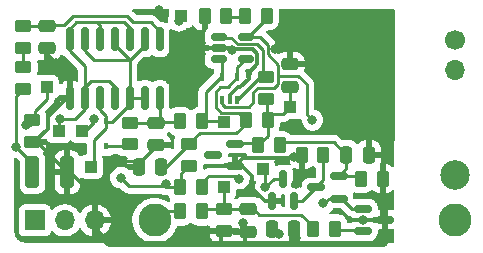
<source format=gbl>
G04 #@! TF.GenerationSoftware,KiCad,Pcbnew,(5.99.0-10559-g8513ca974c)*
G04 #@! TF.CreationDate,2021-05-16T19:19:17+12:00*
G04 #@! TF.ProjectId,SafePulse,53616665-5075-46c7-9365-2e6b69636164,V1.2.2*
G04 #@! TF.SameCoordinates,Original*
G04 #@! TF.FileFunction,Copper,L4,Bot*
G04 #@! TF.FilePolarity,Positive*
%FSLAX46Y46*%
G04 Gerber Fmt 4.6, Leading zero omitted, Abs format (unit mm)*
G04 Created by KiCad (PCBNEW (5.99.0-10559-g8513ca974c)) date 2021-05-16 19:19:17*
%MOMM*%
%LPD*%
G01*
G04 APERTURE LIST*
G04 Aperture macros list*
%AMRoundRect*
0 Rectangle with rounded corners*
0 $1 Rounding radius*
0 $2 $3 $4 $5 $6 $7 $8 $9 X,Y pos of 4 corners*
0 Add a 4 corners polygon primitive as box body*
4,1,4,$2,$3,$4,$5,$6,$7,$8,$9,$2,$3,0*
0 Add four circle primitives for the rounded corners*
1,1,$1+$1,$2,$3*
1,1,$1+$1,$4,$5*
1,1,$1+$1,$6,$7*
1,1,$1+$1,$8,$9*
0 Add four rect primitives between the rounded corners*
20,1,$1+$1,$2,$3,$4,$5,0*
20,1,$1+$1,$4,$5,$6,$7,0*
20,1,$1+$1,$6,$7,$8,$9,0*
20,1,$1+$1,$8,$9,$2,$3,0*%
G04 Aperture macros list end*
G04 #@! TA.AperFunction,ComponentPad*
%ADD10C,1.700000*%
G04 #@! TD*
G04 #@! TA.AperFunction,ComponentPad*
%ADD11O,1.700000X1.700000*%
G04 #@! TD*
G04 #@! TA.AperFunction,ComponentPad*
%ADD12C,2.500000*%
G04 #@! TD*
G04 #@! TA.AperFunction,ComponentPad*
%ADD13C,2.800000*%
G04 #@! TD*
G04 #@! TA.AperFunction,ComponentPad*
%ADD14R,1.700000X1.700000*%
G04 #@! TD*
G04 #@! TA.AperFunction,SMDPad,CuDef*
%ADD15R,1.000000X1.000000*%
G04 #@! TD*
G04 #@! TA.AperFunction,SMDPad,CuDef*
%ADD16RoundRect,0.250000X-0.262500X-0.450000X0.262500X-0.450000X0.262500X0.450000X-0.262500X0.450000X0*%
G04 #@! TD*
G04 #@! TA.AperFunction,SMDPad,CuDef*
%ADD17RoundRect,0.150000X0.587500X0.150000X-0.587500X0.150000X-0.587500X-0.150000X0.587500X-0.150000X0*%
G04 #@! TD*
G04 #@! TA.AperFunction,SMDPad,CuDef*
%ADD18RoundRect,0.250000X0.262500X0.450000X-0.262500X0.450000X-0.262500X-0.450000X0.262500X-0.450000X0*%
G04 #@! TD*
G04 #@! TA.AperFunction,SMDPad,CuDef*
%ADD19RoundRect,0.250000X-0.250000X-0.475000X0.250000X-0.475000X0.250000X0.475000X-0.250000X0.475000X0*%
G04 #@! TD*
G04 #@! TA.AperFunction,SMDPad,CuDef*
%ADD20RoundRect,0.250000X-0.475000X0.250000X-0.475000X-0.250000X0.475000X-0.250000X0.475000X0.250000X0*%
G04 #@! TD*
G04 #@! TA.AperFunction,SMDPad,CuDef*
%ADD21RoundRect,0.250000X0.450000X-0.262500X0.450000X0.262500X-0.450000X0.262500X-0.450000X-0.262500X0*%
G04 #@! TD*
G04 #@! TA.AperFunction,SMDPad,CuDef*
%ADD22RoundRect,0.250000X-0.450000X0.262500X-0.450000X-0.262500X0.450000X-0.262500X0.450000X0.262500X0*%
G04 #@! TD*
G04 #@! TA.AperFunction,SMDPad,CuDef*
%ADD23R,0.450000X0.600000*%
G04 #@! TD*
G04 #@! TA.AperFunction,SMDPad,CuDef*
%ADD24RoundRect,0.150000X-0.587500X-0.150000X0.587500X-0.150000X0.587500X0.150000X-0.587500X0.150000X0*%
G04 #@! TD*
G04 #@! TA.AperFunction,SMDPad,CuDef*
%ADD25RoundRect,0.150000X0.150000X-0.587500X0.150000X0.587500X-0.150000X0.587500X-0.150000X-0.587500X0*%
G04 #@! TD*
G04 #@! TA.AperFunction,SMDPad,CuDef*
%ADD26RoundRect,0.150000X0.150000X-0.825000X0.150000X0.825000X-0.150000X0.825000X-0.150000X-0.825000X0*%
G04 #@! TD*
G04 #@! TA.AperFunction,SMDPad,CuDef*
%ADD27RoundRect,0.250000X0.250000X0.475000X-0.250000X0.475000X-0.250000X-0.475000X0.250000X-0.475000X0*%
G04 #@! TD*
G04 #@! TA.AperFunction,SMDPad,CuDef*
%ADD28RoundRect,0.150000X-0.512500X-0.150000X0.512500X-0.150000X0.512500X0.150000X-0.512500X0.150000X0*%
G04 #@! TD*
G04 #@! TA.AperFunction,SMDPad,CuDef*
%ADD29RoundRect,0.250000X0.475000X-0.250000X0.475000X0.250000X-0.475000X0.250000X-0.475000X-0.250000X0*%
G04 #@! TD*
G04 #@! TA.AperFunction,SMDPad,CuDef*
%ADD30RoundRect,0.250000X-0.325000X-1.100000X0.325000X-1.100000X0.325000X1.100000X-0.325000X1.100000X0*%
G04 #@! TD*
G04 #@! TA.AperFunction,SMDPad,CuDef*
%ADD31R,0.400000X0.650000*%
G04 #@! TD*
G04 #@! TA.AperFunction,ViaPad*
%ADD32C,0.800000*%
G04 #@! TD*
G04 #@! TA.AperFunction,Conductor*
%ADD33C,0.250000*%
G04 #@! TD*
G04 #@! TA.AperFunction,Conductor*
%ADD34C,0.330200*%
G04 #@! TD*
G04 #@! TA.AperFunction,Conductor*
%ADD35C,0.500000*%
G04 #@! TD*
G04 APERTURE END LIST*
D10*
X164060000Y-60325000D03*
D11*
X164060000Y-62865000D03*
D12*
X164060000Y-71755000D03*
D13*
X164060000Y-75565000D03*
X138660000Y-75565000D03*
D14*
X128500000Y-75565000D03*
D11*
X131040000Y-75565000D03*
X133580000Y-75565000D03*
D15*
X132520000Y-68020000D03*
D16*
X140795500Y-74803000D03*
X142620500Y-74803000D03*
D15*
X150100000Y-66000000D03*
D16*
X140795500Y-72771000D03*
X142620500Y-72771000D03*
D17*
X154207500Y-71820000D03*
X154207500Y-73720000D03*
X152332500Y-72770000D03*
D15*
X140900000Y-58265000D03*
D18*
X144712500Y-58265000D03*
X142887500Y-58265000D03*
D19*
X148550000Y-76270000D03*
X150450000Y-76270000D03*
D20*
X129520000Y-59070000D03*
X129520000Y-60970000D03*
D15*
X133270000Y-71020000D03*
D19*
X154870000Y-70020000D03*
X156770000Y-70020000D03*
D21*
X141520000Y-70932500D03*
X141520000Y-69107500D03*
D22*
X144502000Y-74607500D03*
X144502000Y-76432500D03*
D23*
X134520000Y-67170000D03*
X134520000Y-69270000D03*
D22*
X127520000Y-59107500D03*
X127520000Y-60932500D03*
D20*
X146534000Y-74615000D03*
X146534000Y-76515000D03*
D24*
X156262500Y-76470000D03*
X156262500Y-74570000D03*
X158137500Y-75520000D03*
D16*
X146387500Y-67024000D03*
X148212500Y-67024000D03*
D25*
X150470000Y-73957500D03*
X148570000Y-73957500D03*
X149520000Y-72082500D03*
D15*
X129520000Y-64270000D03*
D18*
X148112500Y-58265000D03*
X146287500Y-58265000D03*
D20*
X138770000Y-67320000D03*
X138770000Y-69220000D03*
D16*
X147399500Y-69215000D03*
X149224500Y-69215000D03*
D15*
X144500000Y-67265000D03*
X144520000Y-72770000D03*
X147804000Y-71247000D03*
D26*
X139080000Y-65195000D03*
X137810000Y-65195000D03*
X136540000Y-65195000D03*
X135270000Y-65195000D03*
X134000000Y-65195000D03*
X132730000Y-65195000D03*
X131460000Y-65195000D03*
X131460000Y-60245000D03*
X132730000Y-60245000D03*
X134000000Y-60245000D03*
X135270000Y-60245000D03*
X136540000Y-60245000D03*
X137810000Y-60245000D03*
X139080000Y-60245000D03*
D22*
X128270000Y-67107500D03*
X128270000Y-68932500D03*
D27*
X139220000Y-71020000D03*
X137320000Y-71020000D03*
D16*
X140795500Y-67183000D03*
X142620500Y-67183000D03*
D22*
X136520000Y-67307500D03*
X136520000Y-69132500D03*
D28*
X144062500Y-61915000D03*
X144062500Y-60965000D03*
X144062500Y-60015000D03*
X146337500Y-60015000D03*
X146337500Y-61915000D03*
D16*
X156107500Y-72020000D03*
X157932500Y-72020000D03*
D15*
X130520000Y-68020000D03*
D17*
X145457500Y-69070000D03*
X145457500Y-70970000D03*
X143582500Y-70020000D03*
D18*
X152932500Y-70020000D03*
X151107500Y-70020000D03*
D29*
X150100000Y-64250000D03*
X150100000Y-62350000D03*
D21*
X127520000Y-64432500D03*
X127520000Y-62607500D03*
D22*
X148100000Y-63452500D03*
X148100000Y-65277500D03*
D30*
X128295000Y-71501000D03*
X131245000Y-71501000D03*
D18*
X153912500Y-76270000D03*
X152087500Y-76270000D03*
D31*
X145650000Y-65339000D03*
X145000000Y-65339000D03*
X144350000Y-65339000D03*
X144350000Y-63439000D03*
X145650000Y-63439000D03*
D32*
X149170000Y-76743500D03*
X145770000Y-72020000D03*
X145200000Y-61113817D03*
X154500000Y-68000000D03*
X146153000Y-75819000D03*
X150400000Y-70231000D03*
X150600000Y-77072500D03*
X132770000Y-72770000D03*
X141700000Y-61065000D03*
X148861441Y-61049870D03*
X138020000Y-62770000D03*
X156270000Y-75520000D03*
X150600000Y-72465000D03*
X135770000Y-70520000D03*
X130270000Y-62270000D03*
X139020000Y-57770000D03*
X133520000Y-67020000D03*
X139634500Y-72517000D03*
X135764700Y-71941100D03*
X126920900Y-69342400D03*
X148020000Y-72770000D03*
X130664198Y-66968888D03*
X152919800Y-74131600D03*
X127770000Y-67520000D03*
X140700000Y-58665000D03*
X152000000Y-67065000D03*
D33*
X138770000Y-67320000D02*
X138845000Y-67245000D01*
X138758000Y-67307500D02*
X138770000Y-67320000D01*
X139080000Y-65195000D02*
X139080000Y-67010000D01*
X139080000Y-67010000D02*
X138770000Y-67320000D01*
X138845000Y-67245000D02*
X140382500Y-67245000D01*
X136520000Y-67307500D02*
X138758000Y-67307500D01*
D34*
X150600000Y-72465000D02*
X150400000Y-72665000D01*
X158137500Y-77516500D02*
X158141000Y-77520000D01*
X130270000Y-62270000D02*
X129520000Y-61520000D01*
X139020000Y-57770000D02*
X139250000Y-58000000D01*
X128452500Y-68932500D02*
X128270000Y-68932500D01*
D33*
X131318000Y-70612000D02*
X131318000Y-70568000D01*
D34*
X146880000Y-72855000D02*
X147982500Y-73957500D01*
D33*
X131318000Y-71341500D02*
X131342000Y-71341500D01*
X137520000Y-70520000D02*
X135770000Y-70520000D01*
D34*
X146270000Y-76470000D02*
X146270000Y-77520000D01*
X131460000Y-65195000D02*
X131460000Y-63465000D01*
X147982500Y-73957500D02*
X148570000Y-73957500D01*
X131460000Y-65195000D02*
X131200000Y-65195000D01*
X146600000Y-63065000D02*
X146600000Y-63565000D01*
X150083380Y-70206620D02*
X150025000Y-70265000D01*
X131501000Y-71501000D02*
X132770000Y-72770000D01*
X133580000Y-75565000D02*
X133580000Y-76330000D01*
X144062500Y-60965000D02*
X145051183Y-60965000D01*
X156270000Y-75520000D02*
X157457500Y-75520000D01*
X146600000Y-63565000D02*
X145900000Y-64265000D01*
X150220000Y-76270000D02*
X150220000Y-77470000D01*
X129520000Y-61520000D02*
X129520000Y-60970000D01*
X132770000Y-72770000D02*
X133520000Y-72770000D01*
D35*
X157932500Y-72020000D02*
X157932500Y-75315000D01*
D34*
X144270000Y-76432500D02*
X144270000Y-77520000D01*
D33*
X138770000Y-69220000D02*
X138770000Y-69270000D01*
D34*
X131460000Y-63465000D02*
X130270000Y-62275000D01*
X133580000Y-73580000D02*
X132770000Y-72770000D01*
X146162500Y-70265000D02*
X145457500Y-70970000D01*
X145000000Y-64939100D02*
X145000000Y-65339000D01*
X128676500Y-68932500D02*
X128270000Y-68932500D01*
X145226817Y-61087000D02*
X146932000Y-61087000D01*
X145457500Y-70970000D02*
X145457500Y-70832500D01*
X145051183Y-60965000D02*
X145200000Y-61113817D01*
D35*
X158096000Y-77565000D02*
X158141000Y-77520000D01*
D34*
X146932000Y-61087000D02*
X147340000Y-61495000D01*
X131245000Y-71501000D02*
X128676500Y-68932500D01*
D33*
X138770000Y-69220000D02*
X138570000Y-69220000D01*
D34*
X131200000Y-65195000D02*
X129590000Y-66805000D01*
D33*
X138770000Y-69270000D02*
X137520000Y-70520000D01*
D34*
X147340000Y-61495000D02*
X147340000Y-62325000D01*
X129590000Y-67795000D02*
X128452500Y-68932500D01*
X133580000Y-75565000D02*
X133580000Y-73580000D01*
X138090000Y-62700000D02*
X138020000Y-62770000D01*
X133520000Y-72770000D02*
X135770000Y-70520000D01*
X129590000Y-66805000D02*
X129590000Y-67795000D01*
X157932500Y-75315000D02*
X158137500Y-75520000D01*
X145900000Y-64265000D02*
X145674100Y-64265000D01*
D33*
X131318000Y-70568000D02*
X131318000Y-70612000D01*
D34*
X146270000Y-75770000D02*
X146270000Y-76470000D01*
X145457500Y-70970000D02*
X146005000Y-70970000D01*
D33*
X131318000Y-71341500D02*
X131318000Y-70612000D01*
D35*
X134815000Y-77565000D02*
X158096000Y-77565000D01*
D34*
X130270000Y-62275000D02*
X130270000Y-62270000D01*
X150025000Y-70265000D02*
X146162500Y-70265000D01*
X131245000Y-71501000D02*
X131501000Y-71501000D01*
D35*
X131318000Y-72068000D02*
X131318000Y-71341500D01*
D34*
X146880000Y-71845000D02*
X146880000Y-72855000D01*
D35*
X158137500Y-75520000D02*
X158137500Y-77516500D01*
X133580000Y-76330000D02*
X134815000Y-77565000D01*
D34*
X145674100Y-64265000D02*
X145000000Y-64939100D01*
X145200000Y-61113817D02*
X145226817Y-61087000D01*
X150400000Y-72665000D02*
X150393382Y-72665000D01*
D33*
X151020000Y-69479400D02*
X151020000Y-70569000D01*
D34*
X147340000Y-62325000D02*
X146600000Y-63065000D01*
X146005000Y-70970000D02*
X146880000Y-71845000D01*
D33*
X133520000Y-67270000D02*
X133520000Y-67020000D01*
X132520000Y-68270000D02*
X133520000Y-67270000D01*
X156107500Y-72020000D02*
X155857500Y-71770000D01*
X154870000Y-70020000D02*
X153805000Y-68955000D01*
X149484500Y-68955000D02*
X149224500Y-69215000D01*
X155857500Y-71770000D02*
X154257500Y-71770000D01*
X154870000Y-70020000D02*
X154870000Y-71157500D01*
X153805000Y-68955000D02*
X149484500Y-68955000D01*
X154257500Y-71770000D02*
X154207500Y-71820000D01*
X154870000Y-71157500D02*
X154207500Y-71820000D01*
X154870000Y-70020000D02*
X154770000Y-70020000D01*
X154307500Y-71920000D02*
X154207500Y-71820000D01*
X154308000Y-71920000D02*
X154307500Y-71920000D01*
X154308000Y-71920000D02*
X154208000Y-71820000D01*
X156108000Y-72020000D02*
X156107500Y-72020000D01*
X128368000Y-71341500D02*
X128368000Y-70789500D01*
X139634500Y-72668600D02*
X136492200Y-72668600D01*
X139735900Y-72770000D02*
X139634500Y-72668600D01*
X140857500Y-72770000D02*
X140857500Y-71595000D01*
X136492200Y-72668600D02*
X135764700Y-71941100D01*
X127083100Y-69180200D02*
X126920900Y-69342400D01*
X140379300Y-72770000D02*
X139735900Y-72770000D01*
X128368000Y-70789500D02*
X126920900Y-69342400D01*
X126920900Y-65031600D02*
X127520000Y-64432500D01*
X140695000Y-72770000D02*
X140695000Y-72454300D01*
X126920900Y-69342400D02*
X126920900Y-65031600D01*
X140857500Y-71595000D02*
X141520000Y-70932500D01*
X140695000Y-72454300D02*
X140379300Y-72770000D01*
X139634500Y-72668600D02*
X139634500Y-72517000D01*
X148707500Y-72082500D02*
X149520000Y-72082500D01*
X149457500Y-72020000D02*
X149513300Y-72075700D01*
X148020000Y-71385000D02*
X148020000Y-72770000D01*
X147900000Y-71265000D02*
X148020000Y-71385000D01*
X148020000Y-72770000D02*
X148707500Y-72082500D01*
X149513300Y-72075700D02*
X149520000Y-72082500D01*
X151738500Y-73363700D02*
X152332000Y-72770000D01*
X150470000Y-73957500D02*
X151145000Y-73957500D01*
X152932500Y-72170000D02*
X152332500Y-72770000D01*
X151738500Y-73363700D02*
X151738800Y-73363700D01*
X152932500Y-70020000D02*
X152932500Y-72170000D01*
X151145000Y-73957500D02*
X151738500Y-73363700D01*
X151738800Y-73363700D02*
X152332500Y-72770000D01*
X136300000Y-58300000D02*
X136800000Y-58800000D01*
X136800000Y-58800000D02*
X138300000Y-58800000D01*
X131700000Y-58300000D02*
X136300000Y-58300000D01*
X129520000Y-59070000D02*
X129590000Y-59000000D01*
X127520000Y-59107500D02*
X129482500Y-59107500D01*
X139080000Y-59580000D02*
X139080000Y-60245000D01*
X129590000Y-59000000D02*
X131000000Y-59000000D01*
X129482500Y-59107500D02*
X129520000Y-59070000D01*
X138300000Y-58800000D02*
X139080000Y-59580000D01*
X131000000Y-59000000D02*
X131700000Y-58300000D01*
X132730000Y-60245000D02*
X132730000Y-59760000D01*
X137810000Y-60245000D02*
X137810000Y-60730000D01*
X132730000Y-61230000D02*
X133520000Y-62020000D01*
X134520000Y-67770000D02*
X133520000Y-68770000D01*
X134520000Y-67170000D02*
X134520000Y-66720000D01*
X134520000Y-66720000D02*
X134000000Y-66200000D01*
X136540000Y-65700000D02*
X135020000Y-67220000D01*
X132730000Y-60245000D02*
X132730000Y-61230000D01*
X135270000Y-60245000D02*
X135270000Y-61020000D01*
X137770000Y-60285000D02*
X137810000Y-60245000D01*
X136540000Y-65195000D02*
X137810000Y-65195000D01*
X134020000Y-65175000D02*
X134000000Y-65195000D01*
X133520000Y-70770000D02*
X133270000Y-71020000D01*
X134570000Y-67220000D02*
X134520000Y-67170000D01*
X136540000Y-62000000D02*
X135270000Y-60730000D01*
X137770000Y-60770000D02*
X137770000Y-60285000D01*
X136540000Y-65195000D02*
X136540000Y-62250000D01*
X133520000Y-62020000D02*
X136520000Y-62020000D01*
X136540000Y-65195000D02*
X136540000Y-65700000D01*
X134520000Y-67170000D02*
X134520000Y-67770000D01*
X135270000Y-60730000D02*
X135270000Y-60245000D01*
X133520000Y-68770000D02*
X133520000Y-70770000D01*
X136540000Y-62250000D02*
X136540000Y-62000000D01*
X134000000Y-66200000D02*
X134000000Y-65195000D01*
X136540000Y-62000000D02*
X137810000Y-60730000D01*
X135270000Y-60245000D02*
X135270000Y-60980000D01*
X135020000Y-67220000D02*
X134570000Y-67220000D01*
X135270000Y-59470000D02*
X135270000Y-60245000D01*
X148412500Y-66887500D02*
X148412500Y-66600000D01*
X148190000Y-66377500D02*
X148190000Y-65490000D01*
X148412500Y-66600000D02*
X148190000Y-66377500D01*
X150100000Y-66000000D02*
X150110000Y-66000000D01*
X150110000Y-64260000D02*
X150100000Y-64250000D01*
X148412500Y-66600000D02*
X149500000Y-66600000D01*
X145457500Y-69070000D02*
X145502500Y-69025000D01*
X149500000Y-66600000D02*
X150100000Y-66000000D01*
X149750000Y-63900000D02*
X150100000Y-64250000D01*
X148212500Y-68402000D02*
X147399500Y-69215000D01*
X150110000Y-66000000D02*
X150110000Y-64260000D01*
X145502500Y-69025000D02*
X147062500Y-69025000D01*
X148212500Y-67024000D02*
X148212500Y-68402000D01*
X145720000Y-69070000D02*
X145457500Y-69070000D01*
X132020000Y-58770000D02*
X133770000Y-58770000D01*
X132730000Y-65195000D02*
X132730000Y-66170000D01*
X131460000Y-60245000D02*
X131460000Y-61210000D01*
X135270000Y-64270000D02*
X135270000Y-65195000D01*
X132730000Y-64310000D02*
X133270000Y-63770000D01*
X132770000Y-65155000D02*
X132730000Y-65195000D01*
X133770000Y-58770000D02*
X136020000Y-58770000D01*
X131460000Y-61210000D02*
X132770000Y-62520000D01*
X130520000Y-68270000D02*
X130520000Y-67113086D01*
X134770000Y-63770000D02*
X135270000Y-64270000D01*
X131460000Y-60245000D02*
X131460000Y-59330000D01*
X133270000Y-63770000D02*
X134770000Y-63770000D01*
X131931112Y-66968888D02*
X130664198Y-66968888D01*
X132770000Y-62520000D02*
X132770000Y-65155000D01*
X132730000Y-65195000D02*
X132730000Y-64310000D01*
X136020000Y-58770000D02*
X136540000Y-59290000D01*
X134000000Y-59000000D02*
X134000000Y-60245000D01*
X133770000Y-58770000D02*
X134000000Y-59000000D01*
X136540000Y-59290000D02*
X136540000Y-60245000D01*
X132730000Y-66170000D02*
X131931112Y-66968888D01*
X131460000Y-59330000D02*
X132020000Y-58770000D01*
X130520000Y-67113086D02*
X130664198Y-66968888D01*
X136382000Y-69270000D02*
X136520000Y-69132500D01*
X134520000Y-69270000D02*
X136382000Y-69270000D01*
X142816000Y-74607500D02*
X144270000Y-74607500D01*
X147010000Y-74615000D02*
X146534000Y-74615000D01*
X144308000Y-74570000D02*
X144270000Y-74607500D01*
X146270000Y-74570000D02*
X144308000Y-74570000D01*
X151857500Y-75872500D02*
X151070000Y-75085000D01*
X142620500Y-74803000D02*
X142816000Y-74607500D01*
X144502000Y-74607500D02*
X144520000Y-72770000D01*
X147480000Y-75085000D02*
X147010000Y-74615000D01*
X151070000Y-75085000D02*
X147480000Y-75085000D01*
X151857500Y-76107500D02*
X151857500Y-75872500D01*
X144270000Y-74607500D02*
X144502000Y-74607500D01*
X127520000Y-60932500D02*
X127520000Y-62607500D01*
X139422000Y-74803000D02*
X138660000Y-75565000D01*
X140795500Y-74803000D02*
X139422000Y-74803000D01*
X149020000Y-76520000D02*
X148570000Y-76520000D01*
X142520500Y-72770500D02*
X142520000Y-72770000D01*
X142520500Y-72770500D02*
X142520500Y-72770000D01*
X142682500Y-72357500D02*
X143270000Y-71770000D01*
X142682500Y-72770000D02*
X142682500Y-72357500D01*
X143270000Y-71770000D02*
X145520000Y-71770000D01*
X148570000Y-76520000D02*
X148320000Y-76270000D01*
X145520000Y-71770000D02*
X145770000Y-72020000D01*
X148270000Y-76270000D02*
X148320000Y-76270000D01*
X153420000Y-73720000D02*
X153008400Y-74131600D01*
X153008400Y-74131600D02*
X152919800Y-74131600D01*
X154207500Y-73720000D02*
X153420000Y-73720000D01*
X154475000Y-73720000D02*
X155325000Y-74570000D01*
X155325000Y-74570000D02*
X156262500Y-74570000D01*
X154207500Y-73720000D02*
X154475000Y-73720000D01*
X154207500Y-73720000D02*
X154355000Y-73720000D01*
X155562600Y-76415000D02*
X155582500Y-76395100D01*
X153827500Y-76415000D02*
X155562600Y-76415000D01*
X141520000Y-69107500D02*
X141770000Y-68857500D01*
X145650000Y-62602500D02*
X146337500Y-61915000D01*
X139220000Y-71020000D02*
X139607500Y-71020000D01*
X143800000Y-64665000D02*
X144200000Y-64265000D01*
X145650000Y-63439000D02*
X145650000Y-62602500D01*
X144296489Y-66431489D02*
X143800000Y-65935000D01*
X146387500Y-67024000D02*
X145794989Y-66431489D01*
X146587500Y-67112500D02*
X145518000Y-68199000D01*
X143800000Y-65935000D02*
X143800000Y-64665000D01*
X145518000Y-68199000D02*
X142470000Y-68199000D01*
X144200000Y-64265000D02*
X144824000Y-64265000D01*
X139607500Y-71020000D02*
X141520000Y-69107500D01*
X145794989Y-66431489D02*
X144296489Y-66431489D01*
X142470000Y-68199000D02*
X141520000Y-69020000D01*
X144824000Y-64265000D02*
X145650000Y-63439000D01*
X141520000Y-69020000D02*
X141520000Y-69107500D01*
X128107500Y-67520000D02*
X128520000Y-67107500D01*
X129520000Y-65270000D02*
X128520000Y-66270000D01*
X129520000Y-65270000D02*
X129520000Y-64270000D01*
X127770000Y-67520000D02*
X128107500Y-67520000D01*
X128520000Y-66270000D02*
X128520000Y-67107500D01*
X151500000Y-64055000D02*
X150745000Y-63300000D01*
X147550000Y-60015000D02*
X146337500Y-60015000D01*
X147000000Y-64735000D02*
X147370000Y-64365000D01*
X149100000Y-63995000D02*
X149100000Y-63865000D01*
X152000000Y-67065000D02*
X151500000Y-66565000D01*
X146537500Y-60115000D02*
X146537500Y-60040000D01*
X151500000Y-66565000D02*
X151500000Y-64055000D01*
X148730000Y-64365000D02*
X149100000Y-63995000D01*
X144600000Y-65965000D02*
X145062000Y-65965000D01*
X144600000Y-65965000D02*
X146601720Y-65965000D01*
X146601720Y-65965000D02*
X147000000Y-65566720D01*
X147370000Y-64365000D02*
X148730000Y-64365000D01*
X144350000Y-65339000D02*
X144350000Y-65715000D01*
X149165000Y-63300000D02*
X149100000Y-63365000D01*
X149100000Y-63865000D02*
X149100000Y-62404358D01*
X149100000Y-63365000D02*
X149100000Y-63865000D01*
X144350000Y-65715000D02*
X144600000Y-65965000D01*
X146537500Y-60040000D02*
X148212500Y-58365000D01*
X148209930Y-61514288D02*
X148209930Y-60674930D01*
X149100000Y-62404358D02*
X148209930Y-61514288D01*
X147000000Y-65566720D02*
X147000000Y-64735000D01*
X150745000Y-63300000D02*
X149165000Y-63300000D01*
X148209930Y-60674930D02*
X147550000Y-60015000D01*
X152000000Y-67065000D02*
X151955000Y-67020000D01*
X144340000Y-62092500D02*
X144262500Y-62015000D01*
X142980000Y-64685000D02*
X144340000Y-63325000D01*
X143705000Y-67183000D02*
X144555000Y-67183000D01*
X144340000Y-63325000D02*
X144340000Y-62092500D01*
X142980000Y-66805000D02*
X142980000Y-64685000D01*
X142682500Y-67183000D02*
X143705000Y-67183000D01*
X144712500Y-58365000D02*
X146387500Y-58365000D01*
X147736500Y-63252500D02*
X145650000Y-65339000D01*
X147716620Y-63297380D02*
X147800000Y-63214000D01*
X147316176Y-60645000D02*
X145660000Y-60645000D01*
X147800000Y-63214000D02*
X147800000Y-61128824D01*
X147800000Y-61128824D02*
X147316176Y-60645000D01*
X145130000Y-60115000D02*
X144262500Y-60115000D01*
X145660000Y-60645000D02*
X145130000Y-60115000D01*
X148100000Y-63252500D02*
X147736500Y-63252500D01*
G04 #@! TA.AperFunction,Conductor*
G36*
X141747502Y-75734970D02*
G01*
X141793332Y-75762700D01*
X141900645Y-75864358D01*
X142053555Y-75953175D01*
X142186777Y-75993524D01*
X142212987Y-76001462D01*
X142222796Y-76004433D01*
X142229236Y-76005008D01*
X142229237Y-76005008D01*
X142299185Y-76011251D01*
X142299191Y-76011251D01*
X142301978Y-76011500D01*
X142925886Y-76011500D01*
X143021470Y-76000356D01*
X143051371Y-75996870D01*
X143051372Y-75996870D01*
X143058643Y-75996022D01*
X143126669Y-75971330D01*
X143197527Y-75966889D01*
X143259537Y-76001462D01*
X143293012Y-76064071D01*
X143295161Y-76100971D01*
X143294249Y-76111187D01*
X143294000Y-76116779D01*
X143294000Y-76160385D01*
X143298475Y-76175624D01*
X143299865Y-76176829D01*
X143307548Y-76178500D01*
X145636773Y-76178500D01*
X145704894Y-76198502D01*
X145751387Y-76252158D01*
X145753200Y-76257020D01*
X145755865Y-76259329D01*
X145763548Y-76261000D01*
X146662000Y-76261000D01*
X146730121Y-76281002D01*
X146776614Y-76334658D01*
X146788000Y-76387000D01*
X146788000Y-76643000D01*
X146767998Y-76711121D01*
X146714342Y-76757614D01*
X146662000Y-76769000D01*
X145374227Y-76769000D01*
X145306106Y-76748998D01*
X145259613Y-76695342D01*
X145257800Y-76690480D01*
X145255135Y-76688171D01*
X145247452Y-76686500D01*
X143312115Y-76686500D01*
X143296876Y-76690975D01*
X143295671Y-76692365D01*
X143294000Y-76700048D01*
X143294000Y-76734223D01*
X143294424Y-76741524D01*
X143308617Y-76863255D01*
X143311963Y-76877410D01*
X143367263Y-77029761D01*
X143373773Y-77042760D01*
X143462641Y-77178306D01*
X143471965Y-77189458D01*
X143524819Y-77239527D01*
X143560517Y-77300896D01*
X143557370Y-77371823D01*
X143516376Y-77429789D01*
X143450551Y-77456390D01*
X143438166Y-77457000D01*
X139675894Y-77457000D01*
X139607773Y-77436998D01*
X139561280Y-77383342D01*
X139551176Y-77313068D01*
X139580670Y-77248488D01*
X139607359Y-77225270D01*
X139814238Y-77091177D01*
X140022462Y-76908570D01*
X140028006Y-76902068D01*
X140199190Y-76701282D01*
X140199191Y-76701281D01*
X140202144Y-76697817D01*
X140206444Y-76690975D01*
X140347091Y-76467199D01*
X140347092Y-76467197D01*
X140349520Y-76463334D01*
X140461504Y-76210032D01*
X140491086Y-76103722D01*
X140528617Y-76043457D01*
X140592773Y-76013050D01*
X140612474Y-76011500D01*
X141100886Y-76011500D01*
X141196470Y-76000356D01*
X141226371Y-75996870D01*
X141226372Y-75996870D01*
X141233643Y-75996022D01*
X141240521Y-75993526D01*
X141240523Y-75993525D01*
X141392985Y-75938184D01*
X141399864Y-75935687D01*
X141547747Y-75838731D01*
X141566438Y-75819000D01*
X141615206Y-75767520D01*
X141676576Y-75731822D01*
X141747502Y-75734970D01*
G37*
G04 #@! TD.AperFunction*
G04 #@! TA.AperFunction,Conductor*
G36*
X158921619Y-57693002D02*
G01*
X158968112Y-57746658D01*
X158979496Y-57798405D01*
X158983671Y-58684958D01*
X159030199Y-68565162D01*
X159030341Y-68595245D01*
X159018398Y-68649384D01*
X159008687Y-68670069D01*
X159000367Y-68685048D01*
X158984310Y-68709821D01*
X158981737Y-68718425D01*
X158981736Y-68718427D01*
X158976966Y-68734377D01*
X158970304Y-68751822D01*
X158959416Y-68775013D01*
X158958036Y-68783877D01*
X158958033Y-68783886D01*
X158954873Y-68804180D01*
X158951092Y-68820891D01*
X158947621Y-68832500D01*
X158942635Y-68849174D01*
X158942580Y-68858146D01*
X158942580Y-68858147D01*
X158942434Y-68881998D01*
X158942316Y-68884838D01*
X158942000Y-68886865D01*
X158942000Y-68952622D01*
X158941998Y-68953392D01*
X158941746Y-68994622D01*
X158941984Y-68995454D01*
X158942000Y-68995692D01*
X158942000Y-70940788D01*
X158921998Y-71008909D01*
X158868342Y-71055402D01*
X158798068Y-71065506D01*
X158729347Y-71032261D01*
X158657371Y-70964078D01*
X158645724Y-70955365D01*
X158505571Y-70873957D01*
X158492246Y-70868163D01*
X158336300Y-70820932D01*
X158323677Y-70818484D01*
X158253816Y-70812249D01*
X158248221Y-70812000D01*
X158204615Y-70812000D01*
X158189376Y-70816475D01*
X158188171Y-70817865D01*
X158186500Y-70825548D01*
X158186500Y-73209885D01*
X158190975Y-73225124D01*
X158192365Y-73226329D01*
X158200048Y-73228000D01*
X158234223Y-73228000D01*
X158241524Y-73227576D01*
X158363255Y-73213383D01*
X158377410Y-73210037D01*
X158529761Y-73154737D01*
X158542760Y-73148227D01*
X158678306Y-73059359D01*
X158689462Y-73050032D01*
X158724527Y-73013016D01*
X158785896Y-72977317D01*
X158856822Y-72980464D01*
X158914788Y-73021458D01*
X158941390Y-73087282D01*
X158942000Y-73099668D01*
X158942000Y-74589454D01*
X158921998Y-74657575D01*
X158868342Y-74704068D01*
X158797842Y-74712565D01*
X158797737Y-74713673D01*
X158792642Y-74713191D01*
X158792387Y-74713222D01*
X158791818Y-74713113D01*
X158780039Y-74712000D01*
X158409615Y-74712000D01*
X158394376Y-74716475D01*
X158393171Y-74717865D01*
X158391500Y-74725548D01*
X158391500Y-76309885D01*
X158395975Y-76325124D01*
X158397365Y-76326329D01*
X158405048Y-76328000D01*
X158760621Y-76328000D01*
X158768511Y-76327503D01*
X158800208Y-76323499D01*
X158870298Y-76334805D01*
X158923149Y-76382210D01*
X158942000Y-76448505D01*
X158942000Y-77331000D01*
X158921998Y-77399121D01*
X158868342Y-77445614D01*
X158816000Y-77457000D01*
X157184661Y-77457000D01*
X157116540Y-77436998D01*
X157070047Y-77383342D01*
X157059943Y-77313068D01*
X157089437Y-77248488D01*
X157138278Y-77213848D01*
X157162273Y-77204348D01*
X157162277Y-77204346D01*
X157169644Y-77201429D01*
X157201471Y-77178306D01*
X157297783Y-77108331D01*
X157304197Y-77103671D01*
X157410212Y-76975521D01*
X157481026Y-76825033D01*
X157482511Y-76817250D01*
X157482512Y-76817246D01*
X157507386Y-76686852D01*
X157507386Y-76686849D01*
X157508500Y-76681011D01*
X157508500Y-76454000D01*
X157528502Y-76385879D01*
X157582158Y-76339386D01*
X157634500Y-76328000D01*
X157865385Y-76328000D01*
X157880624Y-76323525D01*
X157881829Y-76322135D01*
X157883500Y-76314452D01*
X157883500Y-75792115D01*
X157879025Y-75776876D01*
X157877635Y-75775671D01*
X157869952Y-75774000D01*
X157262667Y-75774000D01*
X157206511Y-75757684D01*
X157205521Y-75759788D01*
X157055033Y-75688974D01*
X157047250Y-75687489D01*
X157047246Y-75687488D01*
X156916852Y-75662614D01*
X156916849Y-75662614D01*
X156911011Y-75661500D01*
X155635421Y-75661500D01*
X155576307Y-75668968D01*
X155517859Y-75676351D01*
X155517856Y-75676352D01*
X155509994Y-75677345D01*
X155502628Y-75680262D01*
X155502626Y-75680262D01*
X155362725Y-75735653D01*
X155362723Y-75735654D01*
X155355356Y-75738571D01*
X155336716Y-75752114D01*
X155329389Y-75757437D01*
X155255329Y-75781500D01*
X155046174Y-75781500D01*
X154978053Y-75761498D01*
X154931560Y-75707842D01*
X154921022Y-75670090D01*
X154920151Y-75662614D01*
X154918022Y-75644357D01*
X154914475Y-75634583D01*
X154860184Y-75485015D01*
X154857687Y-75478136D01*
X154760731Y-75330253D01*
X154632355Y-75208642D01*
X154479445Y-75119825D01*
X154310204Y-75068567D01*
X154303764Y-75067992D01*
X154303763Y-75067992D01*
X154233815Y-75061749D01*
X154233809Y-75061749D01*
X154231022Y-75061500D01*
X153607114Y-75061500D01*
X153582842Y-75064330D01*
X153512864Y-75052349D01*
X153460472Y-75004438D01*
X153442299Y-74935806D01*
X153464116Y-74868245D01*
X153494195Y-74837240D01*
X153525705Y-74814348D01*
X153525710Y-74814343D01*
X153531051Y-74810463D01*
X153547040Y-74792705D01*
X153654418Y-74673450D01*
X153654419Y-74673449D01*
X153658837Y-74668542D01*
X153703317Y-74591500D01*
X153754699Y-74542507D01*
X153812436Y-74528500D01*
X154335406Y-74528500D01*
X154403527Y-74548502D01*
X154424501Y-74565405D01*
X154821609Y-74962513D01*
X154828969Y-74970601D01*
X154833027Y-74976995D01*
X154838804Y-74982420D01*
X154881878Y-75022869D01*
X154884720Y-75025624D01*
X154905034Y-75045938D01*
X154908166Y-75048367D01*
X154908170Y-75048371D01*
X154908442Y-75048582D01*
X154917469Y-75056291D01*
X154949699Y-75086557D01*
X154967458Y-75096320D01*
X154983965Y-75107163D01*
X154999977Y-75119584D01*
X155028201Y-75131798D01*
X155040551Y-75137142D01*
X155051211Y-75142364D01*
X155083010Y-75159846D01*
X155083013Y-75159847D01*
X155089952Y-75163662D01*
X155109572Y-75168700D01*
X155128264Y-75175099D01*
X155146865Y-75183148D01*
X155154692Y-75184388D01*
X155154693Y-75184388D01*
X155181193Y-75188585D01*
X155241799Y-75215950D01*
X155313370Y-75275159D01*
X155313374Y-75275162D01*
X155319479Y-75280212D01*
X155469967Y-75351026D01*
X155477750Y-75352511D01*
X155477754Y-75352512D01*
X155608148Y-75377386D01*
X155608151Y-75377386D01*
X155613989Y-75378500D01*
X156889579Y-75378500D01*
X156953207Y-75370462D01*
X157007141Y-75363649D01*
X157007144Y-75363648D01*
X157015006Y-75362655D01*
X157022372Y-75359738D01*
X157022374Y-75359738D01*
X157162275Y-75304347D01*
X157162277Y-75304346D01*
X157169644Y-75301429D01*
X157185288Y-75290063D01*
X157259348Y-75266000D01*
X157865385Y-75266000D01*
X157880624Y-75261525D01*
X157881829Y-75260135D01*
X157883500Y-75252452D01*
X157883500Y-74730115D01*
X157879025Y-74714876D01*
X157877635Y-74713671D01*
X157869952Y-74712000D01*
X157634500Y-74712000D01*
X157566379Y-74691998D01*
X157519886Y-74638342D01*
X157508500Y-74586000D01*
X157508500Y-74380421D01*
X157500231Y-74314963D01*
X157493649Y-74262859D01*
X157493648Y-74262856D01*
X157492655Y-74254994D01*
X157488843Y-74245365D01*
X157434347Y-74107725D01*
X157434346Y-74107723D01*
X157431429Y-74100356D01*
X157399512Y-74056425D01*
X157338331Y-73972217D01*
X157333671Y-73965803D01*
X157205521Y-73859788D01*
X157196201Y-73855402D01*
X157109495Y-73814602D01*
X157055033Y-73788974D01*
X157047250Y-73787489D01*
X157047246Y-73787488D01*
X156916852Y-73762614D01*
X156916849Y-73762614D01*
X156911011Y-73761500D01*
X155635421Y-73761500D01*
X155595289Y-73766570D01*
X155525200Y-73755262D01*
X155472350Y-73707856D01*
X155453500Y-73641563D01*
X155453500Y-73530421D01*
X155440072Y-73424124D01*
X155438649Y-73412859D01*
X155438648Y-73412856D01*
X155437655Y-73404994D01*
X155428989Y-73383105D01*
X155423024Y-73368040D01*
X155414051Y-73345377D01*
X155407572Y-73274678D01*
X155440344Y-73211698D01*
X155501963Y-73176434D01*
X155567725Y-73178404D01*
X155709796Y-73221433D01*
X155716236Y-73222008D01*
X155716237Y-73222008D01*
X155786185Y-73228251D01*
X155786191Y-73228251D01*
X155788978Y-73228500D01*
X156412886Y-73228500D01*
X156508106Y-73217398D01*
X156538371Y-73213870D01*
X156538372Y-73213870D01*
X156545643Y-73213022D01*
X156552521Y-73210526D01*
X156552523Y-73210525D01*
X156704985Y-73155184D01*
X156711864Y-73152687D01*
X156821170Y-73081023D01*
X156853628Y-73059743D01*
X156853629Y-73059742D01*
X156859747Y-73055731D01*
X156864778Y-73050420D01*
X156864783Y-73050416D01*
X156927547Y-72984160D01*
X156988916Y-72948461D01*
X157059842Y-72951608D01*
X157105673Y-72979339D01*
X157207629Y-73075922D01*
X157219276Y-73084635D01*
X157359429Y-73166043D01*
X157372754Y-73171837D01*
X157528700Y-73219068D01*
X157541323Y-73221516D01*
X157611184Y-73227751D01*
X157616779Y-73228000D01*
X157660385Y-73228000D01*
X157675624Y-73223525D01*
X157676829Y-73222135D01*
X157678500Y-73214452D01*
X157678500Y-70868292D01*
X157698502Y-70800171D01*
X157709276Y-70785779D01*
X157731598Y-70760018D01*
X157769068Y-70636300D01*
X157771516Y-70623677D01*
X157777751Y-70553816D01*
X157778000Y-70548221D01*
X157778000Y-70292115D01*
X157773525Y-70276876D01*
X157772135Y-70275671D01*
X157764452Y-70274000D01*
X156642000Y-70274000D01*
X156573879Y-70253998D01*
X156527386Y-70200342D01*
X156516000Y-70148000D01*
X156516000Y-68805115D01*
X156514659Y-68800548D01*
X157024000Y-68800548D01*
X157024000Y-69747885D01*
X157028475Y-69763124D01*
X157029865Y-69764329D01*
X157037548Y-69766000D01*
X157759885Y-69766000D01*
X157775124Y-69761525D01*
X157776329Y-69760135D01*
X157778000Y-69752452D01*
X157778000Y-69505777D01*
X157777576Y-69498476D01*
X157763383Y-69376745D01*
X157760037Y-69362590D01*
X157704737Y-69210239D01*
X157698227Y-69197240D01*
X157609359Y-69061694D01*
X157600035Y-69050542D01*
X157482371Y-68939078D01*
X157470724Y-68930365D01*
X157330571Y-68848957D01*
X157317246Y-68843163D01*
X157161300Y-68795932D01*
X157148677Y-68793484D01*
X157078816Y-68787249D01*
X157073221Y-68787000D01*
X157042115Y-68787000D01*
X157026876Y-68791475D01*
X157025671Y-68792865D01*
X157024000Y-68800548D01*
X156514659Y-68800548D01*
X156511525Y-68789876D01*
X156510135Y-68788671D01*
X156502452Y-68787000D01*
X156480777Y-68787000D01*
X156473476Y-68787424D01*
X156351745Y-68801617D01*
X156337590Y-68804963D01*
X156185239Y-68860263D01*
X156172240Y-68866773D01*
X156036694Y-68955641D01*
X156025542Y-68964965D01*
X155911081Y-69085793D01*
X155849712Y-69121491D01*
X155778785Y-69118344D01*
X155720819Y-69077350D01*
X155714237Y-69068226D01*
X155709745Y-69061375D01*
X155709744Y-69061374D01*
X155705731Y-69055253D01*
X155577355Y-68933642D01*
X155424445Y-68844825D01*
X155255204Y-68793567D01*
X155248764Y-68792992D01*
X155248763Y-68792992D01*
X155178815Y-68786749D01*
X155178809Y-68786749D01*
X155176022Y-68786500D01*
X154584594Y-68786500D01*
X154516473Y-68766498D01*
X154495499Y-68749595D01*
X154308391Y-68562487D01*
X154301031Y-68554399D01*
X154296973Y-68548005D01*
X154248121Y-68502130D01*
X154245280Y-68499376D01*
X154224966Y-68479062D01*
X154221555Y-68476417D01*
X154212533Y-68468711D01*
X154186077Y-68443867D01*
X154180301Y-68438443D01*
X154173357Y-68434626D01*
X154173355Y-68434624D01*
X154162547Y-68428682D01*
X154146023Y-68417828D01*
X154136286Y-68410275D01*
X154136285Y-68410275D01*
X154130023Y-68405417D01*
X154089447Y-68387858D01*
X154078790Y-68382637D01*
X154076369Y-68381306D01*
X154040048Y-68361338D01*
X154032365Y-68359366D01*
X154032364Y-68359365D01*
X154020432Y-68356301D01*
X154001728Y-68349897D01*
X153990415Y-68345001D01*
X153990408Y-68344999D01*
X153983136Y-68341852D01*
X153975312Y-68340613D01*
X153975309Y-68340612D01*
X153939465Y-68334935D01*
X153927844Y-68332528D01*
X153890782Y-68323013D01*
X153890781Y-68323013D01*
X153885025Y-68321535D01*
X153884469Y-68321500D01*
X153864548Y-68321500D01*
X153844838Y-68319949D01*
X153832886Y-68318056D01*
X153832885Y-68318056D01*
X153825056Y-68316816D01*
X153817164Y-68317562D01*
X153781418Y-68320941D01*
X153769560Y-68321500D01*
X150169183Y-68321500D01*
X150101062Y-68301498D01*
X150074684Y-68278231D01*
X150072731Y-68275253D01*
X150064331Y-68267295D01*
X149949669Y-68158676D01*
X149944355Y-68153642D01*
X149791445Y-68064825D01*
X149622204Y-68013567D01*
X149615764Y-68012992D01*
X149615763Y-68012992D01*
X149545815Y-68006749D01*
X149545809Y-68006749D01*
X149543022Y-68006500D01*
X149261610Y-68006500D01*
X149193489Y-67986498D01*
X149146996Y-67932842D01*
X149136892Y-67862568D01*
X149152656Y-67817215D01*
X149171498Y-67784776D01*
X149171499Y-67784774D01*
X149175175Y-67778445D01*
X149226433Y-67609204D01*
X149227081Y-67601942D01*
X149233251Y-67532815D01*
X149233251Y-67532809D01*
X149233500Y-67530022D01*
X149233500Y-67359500D01*
X149253502Y-67291379D01*
X149307158Y-67244886D01*
X149359500Y-67233500D01*
X149421616Y-67233500D01*
X149432520Y-67234014D01*
X149439911Y-67235666D01*
X149447837Y-67235417D01*
X149447838Y-67235417D01*
X149506866Y-67233562D01*
X149510823Y-67233500D01*
X149539578Y-67233500D01*
X149543845Y-67232961D01*
X149555687Y-67232028D01*
X149587335Y-67231033D01*
X149591960Y-67230888D01*
X149599883Y-67230639D01*
X149619334Y-67224988D01*
X149638695Y-67220978D01*
X149641420Y-67220634D01*
X149650930Y-67219433D01*
X149650933Y-67219432D01*
X149658788Y-67218440D01*
X149666153Y-67215524D01*
X149666157Y-67215523D01*
X149699901Y-67202163D01*
X149711130Y-67198318D01*
X149753578Y-67185986D01*
X149760406Y-67181948D01*
X149771011Y-67175677D01*
X149788762Y-67166981D01*
X149800226Y-67162442D01*
X149800229Y-67162440D01*
X149807600Y-67159522D01*
X149843368Y-67133535D01*
X149853291Y-67127016D01*
X149859642Y-67123260D01*
X149891341Y-67104514D01*
X149891759Y-67104145D01*
X149905842Y-67090062D01*
X149920867Y-67077228D01*
X149937083Y-67065446D01*
X149942266Y-67059180D01*
X149942399Y-67059091D01*
X149947915Y-67053911D01*
X149948751Y-67054801D01*
X150001102Y-67019445D01*
X150039348Y-67013500D01*
X150600000Y-67013500D01*
X150673079Y-67008273D01*
X150776674Y-66977855D01*
X150804670Y-66969635D01*
X150804672Y-66969634D01*
X150813316Y-66967096D01*
X150838899Y-66950654D01*
X150845316Y-66946531D01*
X150913437Y-66926530D01*
X150981558Y-66946533D01*
X151002531Y-66963435D01*
X151009938Y-66970842D01*
X151022772Y-66985867D01*
X151034554Y-67002083D01*
X151040662Y-67007136D01*
X151040663Y-67007137D01*
X151044581Y-67010378D01*
X151084321Y-67069210D01*
X151089579Y-67094295D01*
X151106462Y-67254927D01*
X151165476Y-67436554D01*
X151260963Y-67601942D01*
X151388749Y-67743863D01*
X151394091Y-67747744D01*
X151394093Y-67747746D01*
X151534869Y-67850025D01*
X151543250Y-67856114D01*
X151549278Y-67858798D01*
X151549280Y-67858799D01*
X151638668Y-67898597D01*
X151717713Y-67933790D01*
X151811113Y-67953643D01*
X151898056Y-67972124D01*
X151898061Y-67972124D01*
X151904513Y-67973496D01*
X152095487Y-67973496D01*
X152101939Y-67972124D01*
X152101944Y-67972124D01*
X152188887Y-67953643D01*
X152282287Y-67933790D01*
X152361332Y-67898597D01*
X152450720Y-67858799D01*
X152450722Y-67858798D01*
X152456750Y-67856114D01*
X152465131Y-67850025D01*
X152605907Y-67747746D01*
X152605909Y-67747744D01*
X152611251Y-67743863D01*
X152739037Y-67601942D01*
X152834524Y-67436554D01*
X152893538Y-67254927D01*
X152897680Y-67215523D01*
X152912810Y-67071565D01*
X152913500Y-67065000D01*
X152906887Y-67002083D01*
X152894228Y-66881637D01*
X152894228Y-66881636D01*
X152893538Y-66875073D01*
X152834524Y-66693446D01*
X152739037Y-66528058D01*
X152611251Y-66386137D01*
X152605909Y-66382256D01*
X152605907Y-66382254D01*
X152462092Y-66277767D01*
X152462091Y-66277766D01*
X152456750Y-66273886D01*
X152450722Y-66271202D01*
X152450720Y-66271201D01*
X152288318Y-66198895D01*
X152288317Y-66198895D01*
X152282287Y-66196210D01*
X152233303Y-66185798D01*
X152170829Y-66152069D01*
X152136508Y-66089920D01*
X152133500Y-66062551D01*
X152133500Y-64133383D01*
X152134014Y-64122479D01*
X152135666Y-64115088D01*
X152133562Y-64048134D01*
X152133500Y-64044176D01*
X152133500Y-64015422D01*
X152132961Y-64011155D01*
X152132027Y-63999305D01*
X152130888Y-63963040D01*
X152130639Y-63955117D01*
X152124988Y-63935666D01*
X152120978Y-63916304D01*
X152119433Y-63904073D01*
X152118440Y-63896212D01*
X152102166Y-63855108D01*
X152098321Y-63843878D01*
X152088198Y-63809034D01*
X152088197Y-63809032D01*
X152085986Y-63801421D01*
X152075677Y-63783989D01*
X152066980Y-63766236D01*
X152062442Y-63754775D01*
X152059522Y-63747400D01*
X152034249Y-63712614D01*
X152033531Y-63711626D01*
X152027016Y-63701707D01*
X152007529Y-63668758D01*
X152007527Y-63668755D01*
X152004513Y-63663659D01*
X152004145Y-63663241D01*
X151990062Y-63649158D01*
X151977228Y-63634133D01*
X151965446Y-63617917D01*
X151931664Y-63589970D01*
X151922885Y-63581981D01*
X151321220Y-62980316D01*
X151287194Y-62918004D01*
X151289724Y-62854699D01*
X151324067Y-62741303D01*
X151326516Y-62728677D01*
X151332751Y-62658816D01*
X151333000Y-62653221D01*
X151333000Y-62622115D01*
X151328525Y-62606876D01*
X151327135Y-62605671D01*
X151319452Y-62604000D01*
X149972000Y-62604000D01*
X149903879Y-62583998D01*
X149857386Y-62530342D01*
X149846000Y-62478000D01*
X149846000Y-61360115D01*
X149844659Y-61355548D01*
X150354000Y-61355548D01*
X150354000Y-62077885D01*
X150358475Y-62093124D01*
X150359865Y-62094329D01*
X150367548Y-62096000D01*
X151314885Y-62096000D01*
X151330124Y-62091525D01*
X151331329Y-62090135D01*
X151333000Y-62082452D01*
X151333000Y-62060777D01*
X151332576Y-62053476D01*
X151318383Y-61931745D01*
X151315037Y-61917590D01*
X151259737Y-61765239D01*
X151253227Y-61752240D01*
X151164359Y-61616694D01*
X151155035Y-61605542D01*
X151037371Y-61494078D01*
X151025724Y-61485365D01*
X150885571Y-61403957D01*
X150872246Y-61398163D01*
X150716300Y-61350932D01*
X150703677Y-61348484D01*
X150633816Y-61342249D01*
X150628221Y-61342000D01*
X150372115Y-61342000D01*
X150356876Y-61346475D01*
X150355671Y-61347865D01*
X150354000Y-61355548D01*
X149844659Y-61355548D01*
X149841525Y-61344876D01*
X149840135Y-61343671D01*
X149832452Y-61342000D01*
X149585777Y-61342000D01*
X149578476Y-61342424D01*
X149456745Y-61356617D01*
X149442590Y-61359963D01*
X149290239Y-61415263D01*
X149277240Y-61421773D01*
X149203541Y-61470092D01*
X149135606Y-61490715D01*
X149067305Y-61471335D01*
X149045361Y-61453815D01*
X148880335Y-61288789D01*
X148846309Y-61226477D01*
X148843430Y-61199694D01*
X148843430Y-60753314D01*
X148843944Y-60742410D01*
X148845596Y-60735019D01*
X148843492Y-60668064D01*
X148843430Y-60664107D01*
X148843430Y-60635352D01*
X148842891Y-60631085D01*
X148841957Y-60619235D01*
X148841916Y-60617913D01*
X148840569Y-60575047D01*
X148834918Y-60555596D01*
X148830908Y-60536234D01*
X148829363Y-60524000D01*
X148829362Y-60523997D01*
X148828370Y-60516142D01*
X148825454Y-60508777D01*
X148825453Y-60508773D01*
X148812093Y-60475029D01*
X148808248Y-60463800D01*
X148798127Y-60428964D01*
X148795916Y-60421352D01*
X148791878Y-60414524D01*
X148785607Y-60403919D01*
X148776911Y-60386168D01*
X148772372Y-60374704D01*
X148772370Y-60374701D01*
X148769452Y-60367330D01*
X148743465Y-60331562D01*
X148736946Y-60321639D01*
X148717478Y-60288720D01*
X148714444Y-60283589D01*
X148714075Y-60283171D01*
X148699992Y-60269088D01*
X148687158Y-60254063D01*
X148675376Y-60237847D01*
X148641594Y-60209900D01*
X148632815Y-60201911D01*
X148119499Y-59688595D01*
X148085473Y-59626283D01*
X148090538Y-59555468D01*
X148133085Y-59498632D01*
X148199605Y-59473821D01*
X148208594Y-59473500D01*
X148417886Y-59473500D01*
X148513106Y-59462398D01*
X148543371Y-59458870D01*
X148543372Y-59458870D01*
X148550643Y-59458022D01*
X148557521Y-59455526D01*
X148557523Y-59455525D01*
X148709985Y-59400184D01*
X148716864Y-59397687D01*
X148820661Y-59329635D01*
X148858628Y-59304743D01*
X148858629Y-59304742D01*
X148864747Y-59300731D01*
X148986358Y-59172355D01*
X149075175Y-59019445D01*
X149126433Y-58850204D01*
X149128842Y-58823211D01*
X149133251Y-58773815D01*
X149133251Y-58773809D01*
X149133500Y-58771022D01*
X149133500Y-57799000D01*
X149153502Y-57730879D01*
X149207158Y-57684386D01*
X149259500Y-57673000D01*
X158853498Y-57673000D01*
X158921619Y-57693002D01*
G37*
G04 #@! TD.AperFunction*
G04 #@! TA.AperFunction,Conductor*
G36*
X129516995Y-68698502D02*
G01*
X129554872Y-68736379D01*
X129627051Y-68848691D01*
X129627053Y-68848694D01*
X129631923Y-68856271D01*
X129638733Y-68862172D01*
X129735569Y-68946082D01*
X129735572Y-68946084D01*
X129742381Y-68951984D01*
X129750579Y-68955728D01*
X129773072Y-68966000D01*
X129875330Y-69012700D01*
X129884245Y-69013982D01*
X129884246Y-69013982D01*
X130015552Y-69032861D01*
X130015559Y-69032862D01*
X130020000Y-69033500D01*
X131020000Y-69033500D01*
X131093079Y-69028273D01*
X131204041Y-68995692D01*
X131224670Y-68989635D01*
X131224672Y-68989634D01*
X131233316Y-68987096D01*
X131308033Y-68939078D01*
X131348691Y-68912949D01*
X131348694Y-68912947D01*
X131356271Y-68908077D01*
X131371122Y-68890939D01*
X131423432Y-68830570D01*
X131483158Y-68792186D01*
X131554154Y-68792186D01*
X131613880Y-68830570D01*
X131624652Y-68844958D01*
X131626930Y-68848502D01*
X131631923Y-68856271D01*
X131638733Y-68862172D01*
X131735569Y-68946082D01*
X131735572Y-68946084D01*
X131742381Y-68951984D01*
X131750579Y-68955728D01*
X131773072Y-68966000D01*
X131875330Y-69012700D01*
X131884245Y-69013982D01*
X131884246Y-69013982D01*
X132015552Y-69032861D01*
X132015559Y-69032862D01*
X132020000Y-69033500D01*
X132760500Y-69033500D01*
X132828621Y-69053502D01*
X132875114Y-69107158D01*
X132886500Y-69159500D01*
X132886500Y-69880858D01*
X132866498Y-69948979D01*
X132812842Y-69995472D01*
X132769490Y-70006536D01*
X132696921Y-70011727D01*
X132627111Y-70032225D01*
X132565330Y-70050365D01*
X132565328Y-70050366D01*
X132556684Y-70052904D01*
X132509327Y-70083339D01*
X132440653Y-70127473D01*
X132372532Y-70147475D01*
X132304412Y-70127473D01*
X132257918Y-70073818D01*
X132255181Y-70067126D01*
X132248227Y-70053240D01*
X132159359Y-69917694D01*
X132150035Y-69906542D01*
X132032371Y-69795078D01*
X132020724Y-69786365D01*
X131880571Y-69704957D01*
X131867246Y-69699163D01*
X131711300Y-69651932D01*
X131698677Y-69649484D01*
X131628816Y-69643249D01*
X131623221Y-69643000D01*
X131517115Y-69643000D01*
X131501876Y-69647475D01*
X131500671Y-69648865D01*
X131499000Y-69656548D01*
X131499000Y-73340885D01*
X131503475Y-73356124D01*
X131504865Y-73357329D01*
X131512548Y-73359000D01*
X131609223Y-73359000D01*
X131616524Y-73358576D01*
X131738255Y-73344383D01*
X131752410Y-73341037D01*
X131904761Y-73285737D01*
X131917760Y-73279227D01*
X132053306Y-73190359D01*
X132064458Y-73181035D01*
X132175922Y-73063371D01*
X132184635Y-73051724D01*
X132266043Y-72911571D01*
X132271837Y-72898246D01*
X132319068Y-72742300D01*
X132321516Y-72729677D01*
X132327751Y-72659816D01*
X132328000Y-72654221D01*
X132328000Y-72072974D01*
X132348002Y-72004853D01*
X132401658Y-71958360D01*
X132471932Y-71948256D01*
X132506342Y-71958360D01*
X132617136Y-72008958D01*
X132625330Y-72012700D01*
X132634245Y-72013982D01*
X132634246Y-72013982D01*
X132765552Y-72032861D01*
X132765559Y-72032862D01*
X132770000Y-72033500D01*
X133770000Y-72033500D01*
X133843079Y-72028273D01*
X133922841Y-72004853D01*
X133974670Y-71989635D01*
X133974672Y-71989634D01*
X133983316Y-71987096D01*
X134043752Y-71948256D01*
X134098691Y-71912949D01*
X134098694Y-71912947D01*
X134106271Y-71908077D01*
X134112172Y-71901267D01*
X134196082Y-71804431D01*
X134196084Y-71804428D01*
X134201984Y-71797619D01*
X134262700Y-71664670D01*
X134275473Y-71575831D01*
X134282861Y-71524448D01*
X134282862Y-71524441D01*
X134283500Y-71520000D01*
X134283500Y-70520000D01*
X134278273Y-70446921D01*
X134249869Y-70350184D01*
X134239635Y-70315330D01*
X134239634Y-70315328D01*
X134237096Y-70306684D01*
X134218419Y-70277622D01*
X134198416Y-70209501D01*
X134218417Y-70141380D01*
X134272073Y-70094887D01*
X134324416Y-70083500D01*
X134745000Y-70083500D01*
X134818079Y-70078273D01*
X134913126Y-70050365D01*
X134949670Y-70039635D01*
X134949672Y-70039634D01*
X134958316Y-70037096D01*
X135013978Y-70001324D01*
X135073691Y-69962949D01*
X135073694Y-69962947D01*
X135081271Y-69958077D01*
X135089155Y-69948979D01*
X135090883Y-69946985D01*
X135150610Y-69908603D01*
X135186105Y-69903500D01*
X135453860Y-69903500D01*
X135521981Y-69923502D01*
X135540511Y-69938026D01*
X135612645Y-70006358D01*
X135765555Y-70095175D01*
X135934796Y-70146433D01*
X135941236Y-70147008D01*
X135941237Y-70147008D01*
X136011185Y-70153251D01*
X136011191Y-70153251D01*
X136013978Y-70153500D01*
X136226895Y-70153500D01*
X136295016Y-70173502D01*
X136341509Y-70227158D01*
X136351613Y-70297432D01*
X136347486Y-70316022D01*
X136320933Y-70403697D01*
X136318484Y-70416323D01*
X136312249Y-70486184D01*
X136312000Y-70491779D01*
X136312000Y-70747885D01*
X136316475Y-70763124D01*
X136317865Y-70764329D01*
X136325548Y-70766000D01*
X137448000Y-70766000D01*
X137516121Y-70786002D01*
X137562614Y-70839658D01*
X137574000Y-70892000D01*
X137574000Y-71148000D01*
X137553998Y-71216121D01*
X137500342Y-71262614D01*
X137448000Y-71274000D01*
X136433081Y-71274000D01*
X136359020Y-71249936D01*
X136226792Y-71153867D01*
X136226791Y-71153866D01*
X136221450Y-71149986D01*
X136215422Y-71147302D01*
X136215420Y-71147301D01*
X136053018Y-71074995D01*
X136053017Y-71074995D01*
X136046987Y-71072310D01*
X135942193Y-71050035D01*
X135866644Y-71033976D01*
X135866639Y-71033976D01*
X135860187Y-71032604D01*
X135669213Y-71032604D01*
X135662761Y-71033976D01*
X135662756Y-71033976D01*
X135587207Y-71050035D01*
X135482413Y-71072310D01*
X135476383Y-71074995D01*
X135476382Y-71074995D01*
X135313980Y-71147301D01*
X135313978Y-71147302D01*
X135307950Y-71149986D01*
X135302609Y-71153866D01*
X135302608Y-71153867D01*
X135158793Y-71258354D01*
X135158791Y-71258356D01*
X135153449Y-71262237D01*
X135149028Y-71267147D01*
X135149027Y-71267148D01*
X135099075Y-71322626D01*
X135025663Y-71404158D01*
X134930176Y-71569546D01*
X134871162Y-71751173D01*
X134851200Y-71941100D01*
X134851890Y-71947665D01*
X134861445Y-72038571D01*
X134871162Y-72131027D01*
X134873202Y-72137305D01*
X134873202Y-72137306D01*
X134884826Y-72173082D01*
X134930176Y-72312654D01*
X135025663Y-72478042D01*
X135030081Y-72482949D01*
X135030082Y-72482950D01*
X135096705Y-72556942D01*
X135153449Y-72619963D01*
X135158791Y-72623844D01*
X135158793Y-72623846D01*
X135279439Y-72711500D01*
X135307950Y-72732214D01*
X135313978Y-72734898D01*
X135313980Y-72734899D01*
X135476382Y-72807205D01*
X135482413Y-72809890D01*
X135575813Y-72829743D01*
X135662756Y-72848224D01*
X135662761Y-72848224D01*
X135669213Y-72849596D01*
X135725101Y-72849596D01*
X135793222Y-72869598D01*
X135814196Y-72886501D01*
X135988818Y-73061123D01*
X135996169Y-73069201D01*
X136000227Y-73075595D01*
X136006006Y-73081022D01*
X136006007Y-73081023D01*
X136049062Y-73121454D01*
X136051892Y-73124197D01*
X136072233Y-73144538D01*
X136075653Y-73147190D01*
X136084676Y-73154897D01*
X136116899Y-73185157D01*
X136123843Y-73188974D01*
X136123848Y-73188978D01*
X136134650Y-73194916D01*
X136151177Y-73205772D01*
X136167177Y-73218183D01*
X136174448Y-73221330D01*
X136174449Y-73221330D01*
X136207751Y-73235741D01*
X136218407Y-73240962D01*
X136257152Y-73262262D01*
X136264835Y-73264234D01*
X136264836Y-73264235D01*
X136276768Y-73267299D01*
X136295472Y-73273703D01*
X136306785Y-73278599D01*
X136306792Y-73278601D01*
X136314064Y-73281748D01*
X136321888Y-73282987D01*
X136321891Y-73282988D01*
X136357735Y-73288665D01*
X136369356Y-73291072D01*
X136406418Y-73300587D01*
X136412175Y-73302065D01*
X136412731Y-73302100D01*
X136432652Y-73302100D01*
X136452362Y-73303651D01*
X136464314Y-73305544D01*
X136464315Y-73305544D01*
X136472144Y-73306784D01*
X136480036Y-73306038D01*
X136515782Y-73302659D01*
X136527640Y-73302100D01*
X139137459Y-73302100D01*
X139188708Y-73312993D01*
X139346182Y-73383105D01*
X139352213Y-73385790D01*
X139429218Y-73402158D01*
X139532556Y-73424124D01*
X139532561Y-73424124D01*
X139539013Y-73425496D01*
X139712143Y-73425496D01*
X139780264Y-73445498D01*
X139826757Y-73499154D01*
X139830582Y-73508505D01*
X139847252Y-73554430D01*
X139850313Y-73562864D01*
X139947187Y-73710622D01*
X139947188Y-73710624D01*
X139947269Y-73710747D01*
X139947248Y-73710761D01*
X139974363Y-73773008D01*
X139963026Y-73843093D01*
X139940826Y-73875394D01*
X139921642Y-73895645D01*
X139899066Y-73934513D01*
X139847555Y-73983371D01*
X139777806Y-73996625D01*
X139715964Y-73973100D01*
X139671167Y-73940493D01*
X139426068Y-73811540D01*
X139164921Y-73719319D01*
X138893197Y-73665763D01*
X138888640Y-73665536D01*
X138888639Y-73665536D01*
X138621157Y-73652220D01*
X138621151Y-73652220D01*
X138616588Y-73651993D01*
X138340888Y-73678297D01*
X138336454Y-73679382D01*
X138336448Y-73679383D01*
X138085506Y-73740788D01*
X138071873Y-73744124D01*
X138067647Y-73745836D01*
X138067643Y-73745837D01*
X137819412Y-73846381D01*
X137819407Y-73846384D01*
X137815179Y-73848096D01*
X137811244Y-73850400D01*
X137811238Y-73850403D01*
X137584147Y-73983371D01*
X137576182Y-73988035D01*
X137359889Y-74161008D01*
X137170832Y-74363393D01*
X137117339Y-74440502D01*
X137015573Y-74587196D01*
X137015570Y-74587201D01*
X137012970Y-74590949D01*
X137010938Y-74595034D01*
X137010936Y-74595037D01*
X136979824Y-74657575D01*
X136889611Y-74838911D01*
X136888190Y-74843245D01*
X136888189Y-74843248D01*
X136807178Y-75090372D01*
X136803339Y-75102082D01*
X136802559Y-75106573D01*
X136802559Y-75106574D01*
X136801600Y-75112098D01*
X136755961Y-75374952D01*
X136754507Y-75428699D01*
X136748858Y-75637477D01*
X136748470Y-75651802D01*
X136749005Y-75656320D01*
X136749005Y-75656326D01*
X136774063Y-75868035D01*
X136781022Y-75926834D01*
X136782206Y-75931236D01*
X136782207Y-75931243D01*
X136803787Y-76011500D01*
X136852936Y-76194286D01*
X136962705Y-76448556D01*
X137108029Y-76684317D01*
X137285865Y-76896629D01*
X137492487Y-77081046D01*
X137638270Y-77177355D01*
X137711707Y-77225870D01*
X137757520Y-77280108D01*
X137766736Y-77350504D01*
X137736431Y-77414707D01*
X137676225Y-77452334D01*
X137642255Y-77457000D01*
X127820607Y-77457000D01*
X127798974Y-77455129D01*
X127790254Y-77453609D01*
X127790250Y-77453609D01*
X127785461Y-77452774D01*
X127780594Y-77452686D01*
X127683865Y-77450937D01*
X127676257Y-77450570D01*
X127658660Y-77449185D01*
X127648836Y-77448022D01*
X127579230Y-77436998D01*
X127519019Y-77427461D01*
X127509321Y-77425532D01*
X127505646Y-77424649D01*
X127496148Y-77421969D01*
X127371155Y-77381356D01*
X127361886Y-77377937D01*
X127361757Y-77377884D01*
X127358426Y-77376504D01*
X127349436Y-77372360D01*
X127232321Y-77312686D01*
X127223681Y-77307847D01*
X127220493Y-77305893D01*
X127212277Y-77300403D01*
X127144314Y-77251026D01*
X127105936Y-77223142D01*
X127098181Y-77217028D01*
X127095309Y-77214575D01*
X127088055Y-77207869D01*
X126995127Y-77114940D01*
X126988412Y-77107676D01*
X126985971Y-77104818D01*
X126979846Y-77097048D01*
X126975581Y-77091177D01*
X126930959Y-77029761D01*
X126902599Y-76990726D01*
X126897105Y-76982504D01*
X126895150Y-76979314D01*
X126890313Y-76970678D01*
X126839505Y-76870962D01*
X126830640Y-76853564D01*
X126826494Y-76844569D01*
X126825060Y-76841106D01*
X126821641Y-76831837D01*
X126781030Y-76706852D01*
X126778350Y-76697353D01*
X126777466Y-76693669D01*
X126775539Y-76683985D01*
X126754977Y-76554156D01*
X126753814Y-76544332D01*
X126752431Y-76526758D01*
X126752064Y-76519152D01*
X126750366Y-76425299D01*
X126750285Y-76420816D01*
X126749345Y-76415000D01*
X126747616Y-76404312D01*
X126746000Y-76384197D01*
X126746000Y-74715000D01*
X127136500Y-74715000D01*
X127136500Y-76415000D01*
X127141727Y-76488079D01*
X127145191Y-76499875D01*
X127175521Y-76603170D01*
X127182904Y-76628316D01*
X127187775Y-76635895D01*
X127257051Y-76743691D01*
X127257053Y-76743694D01*
X127261923Y-76751271D01*
X127268733Y-76757172D01*
X127365569Y-76841082D01*
X127365572Y-76841084D01*
X127372381Y-76846984D01*
X127380579Y-76850728D01*
X127492998Y-76902068D01*
X127505330Y-76907700D01*
X127514245Y-76908982D01*
X127514246Y-76908982D01*
X127645552Y-76927861D01*
X127645559Y-76927862D01*
X127650000Y-76928500D01*
X129350000Y-76928500D01*
X129423079Y-76923273D01*
X129517179Y-76895643D01*
X129554670Y-76884635D01*
X129554672Y-76884634D01*
X129563316Y-76882096D01*
X129630446Y-76838954D01*
X129678691Y-76807949D01*
X129678694Y-76807947D01*
X129686271Y-76803077D01*
X129711086Y-76774439D01*
X129776082Y-76699431D01*
X129776084Y-76699428D01*
X129781984Y-76692619D01*
X129842700Y-76559670D01*
X129843320Y-76555360D01*
X129880432Y-76497610D01*
X129945012Y-76468117D01*
X130015286Y-76478220D01*
X130047335Y-76499270D01*
X130215629Y-76651069D01*
X130220142Y-76653928D01*
X130220144Y-76653929D01*
X130272123Y-76686852D01*
X130410406Y-76774439D01*
X130623184Y-76863228D01*
X130628387Y-76864425D01*
X130628392Y-76864426D01*
X130842678Y-76913701D01*
X130842683Y-76913702D01*
X130847881Y-76914897D01*
X130853209Y-76915200D01*
X130853212Y-76915200D01*
X131003877Y-76923755D01*
X131078071Y-76927968D01*
X131083378Y-76927368D01*
X131083380Y-76927368D01*
X131204272Y-76913701D01*
X131307173Y-76902068D01*
X131312288Y-76900587D01*
X131312292Y-76900586D01*
X131437161Y-76864426D01*
X131528635Y-76837937D01*
X131736125Y-76737409D01*
X131740463Y-76734309D01*
X131740468Y-76734306D01*
X131919370Y-76606459D01*
X131923711Y-76603357D01*
X132086030Y-76439617D01*
X132124908Y-76384197D01*
X132207953Y-76265816D01*
X132263449Y-76221536D01*
X132334075Y-76214289D01*
X132397407Y-76246375D01*
X132421781Y-76277958D01*
X132439550Y-76310617D01*
X132445402Y-76319491D01*
X132581486Y-76492113D01*
X132588750Y-76499875D01*
X132751967Y-76647094D01*
X132760444Y-76653528D01*
X132946122Y-76771136D01*
X132955567Y-76776053D01*
X133158406Y-76860694D01*
X133168545Y-76863950D01*
X133308345Y-76896096D01*
X133322422Y-76895257D01*
X133326000Y-76885999D01*
X133326000Y-75832548D01*
X133834000Y-75832548D01*
X133834000Y-76884941D01*
X133838151Y-76899079D01*
X133848798Y-76900774D01*
X133852192Y-76900096D01*
X134063333Y-76838954D01*
X134073259Y-76835143D01*
X134271065Y-76739307D01*
X134280212Y-76733876D01*
X134459041Y-76606083D01*
X134467149Y-76599182D01*
X134621893Y-76443082D01*
X134628706Y-76434933D01*
X134754940Y-76254988D01*
X134760295Y-76245787D01*
X134854399Y-76047156D01*
X134858123Y-76037197D01*
X134915968Y-75830718D01*
X134914430Y-75822351D01*
X134902137Y-75819000D01*
X133852115Y-75819000D01*
X133836876Y-75823475D01*
X133835671Y-75824865D01*
X133834000Y-75832548D01*
X133326000Y-75832548D01*
X133326000Y-74248717D01*
X133325328Y-74246430D01*
X133834000Y-74246430D01*
X133834000Y-75292885D01*
X133838475Y-75308124D01*
X133839865Y-75309329D01*
X133847548Y-75311000D01*
X134899079Y-75311000D01*
X134912610Y-75307027D01*
X134913876Y-75298218D01*
X134866954Y-75117433D01*
X134863419Y-75107395D01*
X134773147Y-74906998D01*
X134767967Y-74897692D01*
X134645218Y-74715366D01*
X134638557Y-74707080D01*
X134486830Y-74548030D01*
X134478873Y-74540990D01*
X134302523Y-74409782D01*
X134293486Y-74404178D01*
X134097550Y-74304559D01*
X134087699Y-74300559D01*
X133877778Y-74235378D01*
X133867396Y-74233095D01*
X133851959Y-74231049D01*
X133837792Y-74233246D01*
X133834000Y-74246430D01*
X133325328Y-74246430D01*
X133322027Y-74235186D01*
X133311420Y-74233661D01*
X133193554Y-74258391D01*
X133183358Y-74261451D01*
X132978932Y-74342182D01*
X132969396Y-74346916D01*
X132781486Y-74460942D01*
X132772896Y-74467206D01*
X132606884Y-74611264D01*
X132599464Y-74618895D01*
X132460100Y-74788860D01*
X132454079Y-74797622D01*
X132420427Y-74856739D01*
X132369344Y-74906045D01*
X132299714Y-74919906D01*
X132233643Y-74893922D01*
X132206405Y-74864773D01*
X132150013Y-74781011D01*
X132102627Y-74710626D01*
X131943482Y-74543799D01*
X131922920Y-74528500D01*
X131796797Y-74434662D01*
X131758504Y-74406171D01*
X131753753Y-74403755D01*
X131753749Y-74403753D01*
X131557740Y-74304097D01*
X131557739Y-74304097D01*
X131552982Y-74301678D01*
X131427965Y-74262859D01*
X131337895Y-74234891D01*
X131337889Y-74234890D01*
X131332792Y-74233307D01*
X131227798Y-74219391D01*
X131109515Y-74203714D01*
X131109510Y-74203714D01*
X131104230Y-74203014D01*
X131098900Y-74203214D01*
X131098899Y-74203214D01*
X131005320Y-74206727D01*
X130873831Y-74211663D01*
X130829246Y-74221018D01*
X130653411Y-74257912D01*
X130653408Y-74257913D01*
X130648184Y-74259009D01*
X130433740Y-74343697D01*
X130236631Y-74463306D01*
X130232601Y-74466803D01*
X130068661Y-74609062D01*
X130062492Y-74614415D01*
X130057339Y-74620700D01*
X130056364Y-74621365D01*
X130055390Y-74622366D01*
X130055186Y-74622168D01*
X129998681Y-74660695D01*
X129927710Y-74662628D01*
X129866961Y-74625885D01*
X129839008Y-74576309D01*
X129821720Y-74517433D01*
X129817096Y-74501684D01*
X129790424Y-74460182D01*
X129742949Y-74386309D01*
X129742947Y-74386306D01*
X129738077Y-74378729D01*
X129724703Y-74367140D01*
X129634431Y-74288918D01*
X129634428Y-74288916D01*
X129627619Y-74283016D01*
X129594719Y-74267991D01*
X129502864Y-74226042D01*
X129502863Y-74226042D01*
X129494670Y-74222300D01*
X129485755Y-74221018D01*
X129485754Y-74221018D01*
X129354448Y-74202139D01*
X129354441Y-74202138D01*
X129350000Y-74201500D01*
X127650000Y-74201500D01*
X127576921Y-74206727D01*
X127523884Y-74222300D01*
X127445330Y-74245365D01*
X127445328Y-74245366D01*
X127436684Y-74247904D01*
X127416350Y-74260972D01*
X127321309Y-74322051D01*
X127321306Y-74322053D01*
X127313729Y-74326923D01*
X127307828Y-74333733D01*
X127223918Y-74430569D01*
X127223916Y-74430572D01*
X127218016Y-74437381D01*
X127214272Y-74445579D01*
X127167269Y-74548502D01*
X127157300Y-74570330D01*
X127156018Y-74579245D01*
X127156018Y-74579246D01*
X127137139Y-74710552D01*
X127137138Y-74710559D01*
X127136500Y-74715000D01*
X126746000Y-74715000D01*
X126746000Y-70376896D01*
X126766002Y-70308775D01*
X126819658Y-70262282D01*
X126872000Y-70250896D01*
X126881301Y-70250896D01*
X126949422Y-70270898D01*
X126970397Y-70287801D01*
X127174596Y-70492001D01*
X127208621Y-70554313D01*
X127211500Y-70581096D01*
X127211500Y-72643886D01*
X127219383Y-72711500D01*
X127226117Y-72769255D01*
X127226978Y-72776643D01*
X127229474Y-72783521D01*
X127229475Y-72783523D01*
X127281775Y-72927608D01*
X127287313Y-72942864D01*
X127331190Y-73009788D01*
X127377894Y-73081023D01*
X127384269Y-73090747D01*
X127512645Y-73212358D01*
X127665555Y-73301175D01*
X127834796Y-73352433D01*
X127841236Y-73353008D01*
X127841237Y-73353008D01*
X127911185Y-73359251D01*
X127911191Y-73359251D01*
X127913978Y-73359500D01*
X128662886Y-73359500D01*
X128758106Y-73348398D01*
X128788371Y-73344870D01*
X128788372Y-73344870D01*
X128795643Y-73344022D01*
X128802521Y-73341526D01*
X128802523Y-73341525D01*
X128954985Y-73286184D01*
X128961864Y-73283687D01*
X129078337Y-73207324D01*
X129103628Y-73190743D01*
X129103629Y-73190742D01*
X129109747Y-73186731D01*
X129231358Y-73058355D01*
X129320175Y-72905445D01*
X129371433Y-72736204D01*
X129372016Y-72729677D01*
X129378251Y-72659815D01*
X129378251Y-72659809D01*
X129378500Y-72657022D01*
X129378500Y-71768548D01*
X130162000Y-71768548D01*
X130162000Y-72640223D01*
X130162424Y-72647524D01*
X130176617Y-72769255D01*
X130179963Y-72783410D01*
X130235263Y-72935761D01*
X130241773Y-72948760D01*
X130330641Y-73084306D01*
X130339965Y-73095458D01*
X130457629Y-73206922D01*
X130469276Y-73215635D01*
X130609429Y-73297043D01*
X130622754Y-73302837D01*
X130778700Y-73350068D01*
X130791323Y-73352516D01*
X130861184Y-73358751D01*
X130866779Y-73359000D01*
X130972885Y-73359000D01*
X130988124Y-73354525D01*
X130989329Y-73353135D01*
X130991000Y-73345452D01*
X130991000Y-71773115D01*
X130986525Y-71757876D01*
X130985135Y-71756671D01*
X130977452Y-71755000D01*
X130180115Y-71755000D01*
X130164876Y-71759475D01*
X130163671Y-71760865D01*
X130162000Y-71768548D01*
X129378500Y-71768548D01*
X129378500Y-70358114D01*
X129377295Y-70347779D01*
X130162000Y-70347779D01*
X130162000Y-71228885D01*
X130166475Y-71244124D01*
X130167865Y-71245329D01*
X130175548Y-71247000D01*
X130972885Y-71247000D01*
X130988124Y-71242525D01*
X130989329Y-71241135D01*
X130991000Y-71233452D01*
X130991000Y-69661115D01*
X130986525Y-69645876D01*
X130985135Y-69644671D01*
X130977452Y-69643000D01*
X130880777Y-69643000D01*
X130873476Y-69643424D01*
X130751745Y-69657617D01*
X130737590Y-69660963D01*
X130585239Y-69716263D01*
X130572240Y-69722773D01*
X130436694Y-69811641D01*
X130425542Y-69820965D01*
X130314078Y-69938629D01*
X130305365Y-69950276D01*
X130223957Y-70090429D01*
X130218163Y-70103754D01*
X130170932Y-70259700D01*
X130168484Y-70272323D01*
X130162249Y-70342184D01*
X130162000Y-70347779D01*
X129377295Y-70347779D01*
X129364032Y-70234016D01*
X129363870Y-70232629D01*
X129363870Y-70232628D01*
X129363022Y-70225357D01*
X129351215Y-70192827D01*
X129305184Y-70066015D01*
X129302687Y-70059136D01*
X129229158Y-69946985D01*
X129211179Y-69919562D01*
X129190556Y-69851626D01*
X129209936Y-69783326D01*
X129225078Y-69763824D01*
X129325922Y-69657371D01*
X129334635Y-69645724D01*
X129416043Y-69505571D01*
X129421837Y-69492246D01*
X129469068Y-69336300D01*
X129471516Y-69323677D01*
X129477751Y-69253816D01*
X129478000Y-69248221D01*
X129478000Y-69204615D01*
X129473525Y-69189376D01*
X129472135Y-69188171D01*
X129464452Y-69186500D01*
X128142000Y-69186500D01*
X128073879Y-69166498D01*
X128027386Y-69112842D01*
X128016000Y-69060500D01*
X128016000Y-68804500D01*
X128036002Y-68736379D01*
X128089658Y-68689886D01*
X128142000Y-68678500D01*
X129448874Y-68678500D01*
X129516995Y-68698502D01*
G37*
G04 #@! TD.AperFunction*
G04 #@! TA.AperFunction,Conductor*
G36*
X149603621Y-73348502D02*
G01*
X149650114Y-73402158D01*
X149661500Y-73454500D01*
X149661500Y-74325500D01*
X149641498Y-74393621D01*
X149587842Y-74440114D01*
X149535500Y-74451500D01*
X149504000Y-74451500D01*
X149435879Y-74431498D01*
X149389386Y-74377842D01*
X149378000Y-74325500D01*
X149378000Y-74229615D01*
X149373525Y-74214376D01*
X149372135Y-74213171D01*
X149364452Y-74211500D01*
X148442000Y-74211500D01*
X148373879Y-74191498D01*
X148327386Y-74137842D01*
X148316000Y-74085500D01*
X148316000Y-73829500D01*
X148336002Y-73761379D01*
X148389658Y-73714886D01*
X148442000Y-73703500D01*
X149359885Y-73703500D01*
X149375124Y-73699025D01*
X149376329Y-73697635D01*
X149378000Y-73689952D01*
X149378000Y-73454500D01*
X149398002Y-73386379D01*
X149451658Y-73339886D01*
X149504000Y-73328500D01*
X149535500Y-73328500D01*
X149603621Y-73348502D01*
G37*
G04 #@! TD.AperFunction*
G04 #@! TA.AperFunction,Conductor*
G36*
X146890302Y-72047206D02*
G01*
X146904286Y-72065164D01*
X146915923Y-72083271D01*
X146922733Y-72089172D01*
X147019569Y-72173082D01*
X147019572Y-72173084D01*
X147026381Y-72178984D01*
X147126896Y-72224888D01*
X147180550Y-72271380D01*
X147200552Y-72339501D01*
X147189658Y-72390752D01*
X147188781Y-72392721D01*
X147185476Y-72398446D01*
X147183434Y-72404731D01*
X147131381Y-72564935D01*
X147126462Y-72580073D01*
X147125772Y-72586636D01*
X147125772Y-72586637D01*
X147122269Y-72619963D01*
X147106500Y-72770000D01*
X147107190Y-72776565D01*
X147124124Y-72937678D01*
X147126462Y-72959927D01*
X147128502Y-72966205D01*
X147128502Y-72966206D01*
X147158443Y-73058355D01*
X147185476Y-73141554D01*
X147188779Y-73147276D01*
X147188780Y-73147277D01*
X147193345Y-73155184D01*
X147280963Y-73306942D01*
X147285381Y-73311849D01*
X147285382Y-73311850D01*
X147408749Y-73448863D01*
X147406692Y-73450716D01*
X147437515Y-73500765D01*
X147436151Y-73571749D01*
X147396627Y-73630727D01*
X147331492Y-73658974D01*
X147279437Y-73654525D01*
X147144204Y-73613567D01*
X147137764Y-73612992D01*
X147137763Y-73612992D01*
X147067815Y-73606749D01*
X147067809Y-73606749D01*
X147065022Y-73606500D01*
X146016114Y-73606500D01*
X145920894Y-73617602D01*
X145890629Y-73621130D01*
X145890628Y-73621130D01*
X145883357Y-73621978D01*
X145876479Y-73624474D01*
X145876477Y-73624475D01*
X145728200Y-73678297D01*
X145717136Y-73682313D01*
X145590363Y-73765429D01*
X145522428Y-73786052D01*
X145454127Y-73766672D01*
X145407147Y-73713443D01*
X145396402Y-73643264D01*
X145426053Y-73577545D01*
X145446082Y-73554430D01*
X145451984Y-73547619D01*
X145507756Y-73425496D01*
X145508958Y-73422864D01*
X145508958Y-73422863D01*
X145512700Y-73414670D01*
X145520944Y-73357329D01*
X145532861Y-73274448D01*
X145532862Y-73274441D01*
X145533500Y-73270000D01*
X145533500Y-73052918D01*
X145553502Y-72984797D01*
X145607158Y-72938304D01*
X145671350Y-72927824D01*
X145674513Y-72928496D01*
X145865487Y-72928496D01*
X145871939Y-72927124D01*
X145871944Y-72927124D01*
X145973932Y-72905445D01*
X146052287Y-72888790D01*
X146095393Y-72869598D01*
X146220720Y-72813799D01*
X146220722Y-72813798D01*
X146226750Y-72811114D01*
X146232092Y-72807233D01*
X146375907Y-72702746D01*
X146375909Y-72702744D01*
X146381251Y-72698863D01*
X146385673Y-72693952D01*
X146504618Y-72561850D01*
X146504619Y-72561849D01*
X146509037Y-72556942D01*
X146586511Y-72422754D01*
X146601220Y-72397277D01*
X146601221Y-72397276D01*
X146604524Y-72391554D01*
X146663538Y-72209927D01*
X146667411Y-72173082D01*
X146672978Y-72120113D01*
X146699991Y-72054456D01*
X146758213Y-72013827D01*
X146829158Y-72011124D01*
X146890302Y-72047206D01*
G37*
G04 #@! TD.AperFunction*
G04 #@! TA.AperFunction,Conductor*
G36*
X151303621Y-69786002D02*
G01*
X151350114Y-69839658D01*
X151361500Y-69892000D01*
X151361500Y-71209885D01*
X151365975Y-71225124D01*
X151367365Y-71226329D01*
X151375048Y-71228000D01*
X151409223Y-71228000D01*
X151416524Y-71227576D01*
X151538255Y-71213383D01*
X151552410Y-71210037D01*
X151704761Y-71154737D01*
X151717760Y-71148227D01*
X151853306Y-71059359D01*
X151864458Y-71050035D01*
X151926845Y-70984178D01*
X151988214Y-70948480D01*
X152059141Y-70951628D01*
X152104971Y-70979358D01*
X152212645Y-71081358D01*
X152236285Y-71095089D01*
X152285144Y-71146599D01*
X152299000Y-71204043D01*
X152299000Y-71835500D01*
X152278998Y-71903621D01*
X152225342Y-71950114D01*
X152173000Y-71961500D01*
X151705421Y-71961500D01*
X151646307Y-71968968D01*
X151587859Y-71976351D01*
X151587856Y-71976352D01*
X151579994Y-71977345D01*
X151572628Y-71980262D01*
X151572626Y-71980262D01*
X151432725Y-72035653D01*
X151432723Y-72035654D01*
X151425356Y-72038571D01*
X151418945Y-72043229D01*
X151418943Y-72043230D01*
X151307135Y-72124463D01*
X151290803Y-72136329D01*
X151184788Y-72264479D01*
X151113974Y-72414967D01*
X151112489Y-72422750D01*
X151112488Y-72422754D01*
X151101005Y-72482950D01*
X151086500Y-72558989D01*
X151086500Y-72663467D01*
X151066498Y-72731588D01*
X151012842Y-72778081D01*
X150942568Y-72788185D01*
X150906852Y-72777475D01*
X150900245Y-72774366D01*
X150825033Y-72738974D01*
X150817250Y-72737489D01*
X150817246Y-72737488D01*
X150686852Y-72712614D01*
X150686849Y-72712614D01*
X150681011Y-72711500D01*
X150454500Y-72711500D01*
X150386379Y-72691498D01*
X150339886Y-72637842D01*
X150328500Y-72585500D01*
X150328500Y-71455421D01*
X150312655Y-71329994D01*
X150295881Y-71287628D01*
X150289402Y-71216928D01*
X150322174Y-71153948D01*
X150383794Y-71118684D01*
X150454696Y-71122332D01*
X150476319Y-71132290D01*
X150534429Y-71166043D01*
X150547754Y-71171837D01*
X150703700Y-71219068D01*
X150716323Y-71221516D01*
X150786184Y-71227751D01*
X150791779Y-71228000D01*
X150835385Y-71228000D01*
X150850624Y-71223525D01*
X150851829Y-71222135D01*
X150853500Y-71214452D01*
X150853500Y-69892000D01*
X150873502Y-69823879D01*
X150927158Y-69777386D01*
X150979500Y-69766000D01*
X151235500Y-69766000D01*
X151303621Y-69786002D01*
G37*
G04 #@! TD.AperFunction*
G04 #@! TA.AperFunction,Conductor*
G36*
X146390951Y-69870234D02*
G01*
X146422094Y-69918102D01*
X146429545Y-69938629D01*
X146454313Y-70006864D01*
X146458324Y-70012981D01*
X146458326Y-70012986D01*
X146474094Y-70037035D01*
X146494718Y-70104970D01*
X146475339Y-70173271D01*
X146422110Y-70220252D01*
X146351931Y-70230997D01*
X146315075Y-70220129D01*
X146257056Y-70192827D01*
X146242087Y-70187964D01*
X146111824Y-70163114D01*
X146100039Y-70162000D01*
X145729615Y-70162000D01*
X145714376Y-70166475D01*
X145713171Y-70167865D01*
X145711500Y-70175548D01*
X145711500Y-71001609D01*
X145691498Y-71069730D01*
X145637842Y-71116223D01*
X145611698Y-71124855D01*
X145584784Y-71130576D01*
X145554628Y-71133268D01*
X145547887Y-71133056D01*
X145540056Y-71131816D01*
X145532164Y-71132562D01*
X145496418Y-71135941D01*
X145484560Y-71136500D01*
X143348383Y-71136500D01*
X143337479Y-71135986D01*
X143330088Y-71134334D01*
X143322162Y-71134583D01*
X143322161Y-71134583D01*
X143263134Y-71136438D01*
X143259176Y-71136500D01*
X143230422Y-71136500D01*
X143226155Y-71137039D01*
X143214313Y-71137972D01*
X143182665Y-71138967D01*
X143178040Y-71139112D01*
X143170117Y-71139361D01*
X143150667Y-71145012D01*
X143131305Y-71149022D01*
X143111212Y-71151560D01*
X143077349Y-71164967D01*
X143070108Y-71167834D01*
X143058878Y-71171679D01*
X143024034Y-71181802D01*
X143024032Y-71181803D01*
X143016421Y-71184014D01*
X143009597Y-71188050D01*
X142998988Y-71194324D01*
X142981241Y-71203018D01*
X142962400Y-71210478D01*
X142955984Y-71215139D01*
X142955983Y-71215140D01*
X142928562Y-71235063D01*
X142861694Y-71258922D01*
X142792543Y-71242843D01*
X142743062Y-71191929D01*
X142728500Y-71133128D01*
X142728500Y-70941608D01*
X142748502Y-70873487D01*
X142802158Y-70826994D01*
X142878109Y-70817840D01*
X142933989Y-70828500D01*
X144209579Y-70828500D01*
X144269486Y-70820932D01*
X144327141Y-70813649D01*
X144327144Y-70813648D01*
X144335006Y-70812655D01*
X144342372Y-70809738D01*
X144342374Y-70809738D01*
X144482275Y-70754347D01*
X144482277Y-70754346D01*
X144489644Y-70751429D01*
X144505288Y-70740063D01*
X144579348Y-70716000D01*
X145185385Y-70716000D01*
X145200624Y-70711525D01*
X145201829Y-70710135D01*
X145203500Y-70702452D01*
X145203500Y-70180115D01*
X145199025Y-70164876D01*
X145197635Y-70163671D01*
X145189952Y-70162000D01*
X144954500Y-70162000D01*
X144886379Y-70141998D01*
X144839886Y-70088342D01*
X144828500Y-70036000D01*
X144828500Y-70004500D01*
X144848502Y-69936379D01*
X144902158Y-69889886D01*
X144954500Y-69878500D01*
X146084579Y-69878500D01*
X146150012Y-69870234D01*
X146202141Y-69863649D01*
X146202144Y-69863648D01*
X146210006Y-69862655D01*
X146217372Y-69859738D01*
X146217378Y-69859737D01*
X146257270Y-69843942D01*
X146327971Y-69837461D01*
X146390951Y-69870234D01*
G37*
G04 #@! TD.AperFunction*
G04 #@! TA.AperFunction,Conductor*
G36*
X150028151Y-70305106D02*
G01*
X150075131Y-70358335D01*
X150087000Y-70411721D01*
X150087000Y-70509223D01*
X150087424Y-70516524D01*
X150101617Y-70638255D01*
X150104963Y-70652410D01*
X150140764Y-70751040D01*
X150145205Y-70821897D01*
X150110632Y-70883908D01*
X150048023Y-70917383D01*
X149977255Y-70911694D01*
X149968677Y-70908039D01*
X149882207Y-70867350D01*
X149882208Y-70867350D01*
X149875033Y-70863974D01*
X149867250Y-70862489D01*
X149867246Y-70862488D01*
X149736852Y-70837614D01*
X149736849Y-70837614D01*
X149731011Y-70836500D01*
X149330421Y-70836500D01*
X149271307Y-70843968D01*
X149212859Y-70851351D01*
X149212856Y-70851352D01*
X149204994Y-70852345D01*
X149197628Y-70855262D01*
X149197626Y-70855262D01*
X149057725Y-70910653D01*
X149057723Y-70910654D01*
X149050356Y-70913571D01*
X149043945Y-70918229D01*
X149043943Y-70918230D01*
X149017561Y-70937398D01*
X148950693Y-70961257D01*
X148881542Y-70945176D01*
X148832061Y-70894262D01*
X148817500Y-70835462D01*
X148817500Y-70747000D01*
X148812273Y-70673921D01*
X148786163Y-70584998D01*
X148786163Y-70514002D01*
X148824547Y-70454275D01*
X148889128Y-70424782D01*
X148907059Y-70423500D01*
X149529886Y-70423500D01*
X149639425Y-70410729D01*
X149655371Y-70408870D01*
X149655372Y-70408870D01*
X149662643Y-70408022D01*
X149669521Y-70405526D01*
X149669523Y-70405525D01*
X149821985Y-70350184D01*
X149828864Y-70347687D01*
X149891915Y-70306349D01*
X149959851Y-70285726D01*
X150028151Y-70305106D01*
G37*
G04 #@! TD.AperFunction*
G04 #@! TA.AperFunction,Conductor*
G36*
X139897819Y-68090689D02*
G01*
X139946162Y-68123916D01*
X139947269Y-68122747D01*
X140075645Y-68244358D01*
X140228555Y-68333175D01*
X140235560Y-68335297D01*
X140235561Y-68335297D01*
X140298707Y-68354422D01*
X140358105Y-68393311D01*
X140387048Y-68458140D01*
X140376348Y-68528326D01*
X140374675Y-68531526D01*
X140373501Y-68534226D01*
X140369825Y-68540555D01*
X140341148Y-68635239D01*
X140320842Y-68702286D01*
X140318567Y-68709796D01*
X140317992Y-68716236D01*
X140317992Y-68716237D01*
X140313472Y-68766887D01*
X140311500Y-68788978D01*
X140311500Y-69367906D01*
X140291498Y-69436027D01*
X140274595Y-69457001D01*
X140206838Y-69524758D01*
X140144526Y-69558784D01*
X140073711Y-69553719D01*
X140016875Y-69511172D01*
X140000613Y-69478685D01*
X139997135Y-69475671D01*
X139989452Y-69474000D01*
X138642000Y-69474000D01*
X138573879Y-69453998D01*
X138527386Y-69400342D01*
X138516000Y-69348000D01*
X138516000Y-69092000D01*
X138536002Y-69023879D01*
X138589658Y-68977386D01*
X138642000Y-68966000D01*
X139984885Y-68966000D01*
X140000124Y-68961525D01*
X140001329Y-68960135D01*
X140003000Y-68952452D01*
X140003000Y-68930777D01*
X140002576Y-68923476D01*
X139988383Y-68801745D01*
X139985037Y-68787590D01*
X139929737Y-68635239D01*
X139923227Y-68622240D01*
X139834359Y-68486694D01*
X139825035Y-68475542D01*
X139704207Y-68361081D01*
X139668509Y-68299712D01*
X139671656Y-68228785D01*
X139712650Y-68170819D01*
X139721774Y-68164237D01*
X139728625Y-68159745D01*
X139728626Y-68159744D01*
X139734747Y-68155731D01*
X139743655Y-68146328D01*
X139765524Y-68123242D01*
X139826892Y-68087542D01*
X139897819Y-68090689D01*
G37*
G04 #@! TD.AperFunction*
G04 #@! TA.AperFunction,Conductor*
G36*
X129421323Y-67839490D02*
G01*
X129479289Y-67880484D01*
X129505890Y-67946309D01*
X129506500Y-67958694D01*
X129506500Y-68078207D01*
X129486498Y-68146328D01*
X129432842Y-68192821D01*
X129362568Y-68202925D01*
X129293847Y-68169680D01*
X129234178Y-68113155D01*
X129198480Y-68051786D01*
X129201628Y-67980859D01*
X129229358Y-67935029D01*
X129289027Y-67872041D01*
X129350396Y-67836343D01*
X129421323Y-67839490D01*
G37*
G04 #@! TD.AperFunction*
G04 #@! TA.AperFunction,Conductor*
G36*
X129716121Y-60736002D02*
G01*
X129762614Y-60789658D01*
X129774000Y-60842000D01*
X129774000Y-61959885D01*
X129778475Y-61975124D01*
X129779865Y-61976329D01*
X129787548Y-61978000D01*
X130034223Y-61978000D01*
X130041524Y-61977576D01*
X130163255Y-61963383D01*
X130177410Y-61960037D01*
X130329761Y-61904737D01*
X130342760Y-61898227D01*
X130478306Y-61809359D01*
X130489458Y-61800035D01*
X130600922Y-61682371D01*
X130609635Y-61670724D01*
X130662763Y-61579259D01*
X130714274Y-61530401D01*
X130784023Y-61517147D01*
X130852032Y-61545461D01*
X130861957Y-61553671D01*
X130948370Y-61625159D01*
X130948374Y-61625162D01*
X130954479Y-61630212D01*
X130961652Y-61633587D01*
X130961653Y-61633588D01*
X130985720Y-61644913D01*
X131012386Y-61661835D01*
X131028334Y-61675028D01*
X131037115Y-61683019D01*
X132099595Y-62745499D01*
X132133621Y-62807811D01*
X132136500Y-62834594D01*
X132136500Y-63692250D01*
X132116498Y-63760371D01*
X132062842Y-63806864D01*
X131992568Y-63816968D01*
X131956852Y-63806258D01*
X131822055Y-63742827D01*
X131807087Y-63737964D01*
X131731794Y-63723600D01*
X131718755Y-63724871D01*
X131714000Y-63739793D01*
X131714000Y-65323000D01*
X131693998Y-65391121D01*
X131640342Y-65437614D01*
X131588000Y-65449000D01*
X130670115Y-65449000D01*
X130654876Y-65453475D01*
X130653671Y-65454865D01*
X130652000Y-65462548D01*
X130652000Y-65940655D01*
X130631998Y-66008776D01*
X130578342Y-66055269D01*
X130552197Y-66063902D01*
X130505328Y-66073865D01*
X130381911Y-66100098D01*
X130375881Y-66102783D01*
X130375880Y-66102783D01*
X130213478Y-66175089D01*
X130213476Y-66175090D01*
X130207448Y-66177774D01*
X130202107Y-66181654D01*
X130202106Y-66181655D01*
X130058291Y-66286142D01*
X130058289Y-66286144D01*
X130052947Y-66290025D01*
X130048526Y-66294935D01*
X130048525Y-66294936D01*
X129961986Y-66391048D01*
X129925161Y-66431946D01*
X129829674Y-66597334D01*
X129770660Y-66778961D01*
X129769970Y-66785524D01*
X129769970Y-66785525D01*
X129755150Y-66926530D01*
X129750698Y-66968888D01*
X129751388Y-66975453D01*
X129754398Y-67004092D01*
X129741626Y-67073930D01*
X129697208Y-67123260D01*
X129691312Y-67127049D01*
X129691309Y-67127052D01*
X129683729Y-67131923D01*
X129683225Y-67132504D01*
X129622431Y-67160268D01*
X129552157Y-67150163D01*
X129498502Y-67103670D01*
X129478500Y-67035550D01*
X129478500Y-66802114D01*
X129463022Y-66669357D01*
X129439161Y-66603619D01*
X129405184Y-66510015D01*
X129402687Y-66503136D01*
X129371792Y-66456013D01*
X129351170Y-66388078D01*
X129370551Y-66319777D01*
X129388070Y-66297834D01*
X129912513Y-65773391D01*
X129920601Y-65766031D01*
X129926995Y-65761973D01*
X129972870Y-65713121D01*
X129975624Y-65710280D01*
X129995938Y-65689966D01*
X129998583Y-65686555D01*
X130006289Y-65677533D01*
X130031133Y-65651077D01*
X130036557Y-65645301D01*
X130040376Y-65638355D01*
X130046318Y-65627547D01*
X130057172Y-65611023D01*
X130064723Y-65601289D01*
X130064724Y-65601287D01*
X130069583Y-65595023D01*
X130087146Y-65554439D01*
X130092353Y-65543810D01*
X130113662Y-65505048D01*
X130118701Y-65485422D01*
X130125102Y-65466728D01*
X130129999Y-65455412D01*
X130133148Y-65448135D01*
X130140064Y-65404469D01*
X130142471Y-65392844D01*
X130151988Y-65355777D01*
X130153465Y-65350025D01*
X130153500Y-65349469D01*
X130153500Y-65346231D01*
X130154767Y-65338231D01*
X130156933Y-65338574D01*
X130175585Y-65281739D01*
X130226334Y-65239146D01*
X130233316Y-65237096D01*
X130324264Y-65178647D01*
X130348691Y-65162949D01*
X130348694Y-65162947D01*
X130356271Y-65158077D01*
X130362172Y-65151267D01*
X130446082Y-65054431D01*
X130446084Y-65054428D01*
X130451984Y-65047619D01*
X130455728Y-65039422D01*
X130455730Y-65039418D01*
X130475869Y-64995320D01*
X130522362Y-64941665D01*
X130590483Y-64921663D01*
X130630011Y-64933270D01*
X130665548Y-64941000D01*
X131187885Y-64941000D01*
X131203124Y-64936525D01*
X131204329Y-64935135D01*
X131206000Y-64927452D01*
X131206000Y-63738253D01*
X131201925Y-63724376D01*
X131188574Y-63722339D01*
X131152984Y-63726835D01*
X131137751Y-63730746D01*
X130997966Y-63786091D01*
X130984184Y-63793668D01*
X130862559Y-63882034D01*
X130851092Y-63892802D01*
X130756585Y-64007042D01*
X130697751Y-64046780D01*
X130626773Y-64048403D01*
X130566186Y-64011394D01*
X130535225Y-63947504D01*
X130533500Y-63926727D01*
X130533500Y-63770000D01*
X130528273Y-63696921D01*
X130487096Y-63556684D01*
X130422217Y-63455731D01*
X130412949Y-63441309D01*
X130412947Y-63441306D01*
X130408077Y-63433729D01*
X130398472Y-63425406D01*
X130304431Y-63343918D01*
X130304428Y-63343916D01*
X130297619Y-63338016D01*
X130274275Y-63327355D01*
X130172864Y-63281042D01*
X130172863Y-63281042D01*
X130164670Y-63277300D01*
X130155755Y-63276018D01*
X130155754Y-63276018D01*
X130024448Y-63257139D01*
X130024441Y-63257138D01*
X130020000Y-63256500D01*
X129020000Y-63256500D01*
X128946921Y-63261727D01*
X128898250Y-63276018D01*
X128837801Y-63293767D01*
X128766804Y-63293767D01*
X128707078Y-63255383D01*
X128677585Y-63190802D01*
X128681713Y-63136350D01*
X128721433Y-63005204D01*
X128724635Y-62969330D01*
X128728251Y-62928815D01*
X128728251Y-62928809D01*
X128728500Y-62926022D01*
X128728500Y-62302114D01*
X128713022Y-62169357D01*
X128693641Y-62115963D01*
X128689200Y-62045105D01*
X128723773Y-61983095D01*
X128786382Y-61949620D01*
X128848603Y-61952381D01*
X128903700Y-61969068D01*
X128916323Y-61971516D01*
X128986184Y-61977751D01*
X128991779Y-61978000D01*
X129247885Y-61978000D01*
X129263124Y-61973525D01*
X129264329Y-61972135D01*
X129266000Y-61964452D01*
X129266000Y-60842000D01*
X129286002Y-60773879D01*
X129339658Y-60727386D01*
X129392000Y-60716000D01*
X129648000Y-60716000D01*
X129716121Y-60736002D01*
G37*
G04 #@! TD.AperFunction*
G04 #@! TA.AperFunction,Conductor*
G36*
X143083621Y-58031002D02*
G01*
X143130114Y-58084658D01*
X143141500Y-58137000D01*
X143141500Y-59285255D01*
X143121498Y-59353376D01*
X143101961Y-59376855D01*
X143095803Y-59381329D01*
X143090750Y-59387437D01*
X143090749Y-59387438D01*
X143025330Y-59466516D01*
X142989788Y-59509479D01*
X142986413Y-59516652D01*
X142986412Y-59516653D01*
X142975867Y-59539062D01*
X142918974Y-59659967D01*
X142917489Y-59667750D01*
X142917488Y-59667754D01*
X142892614Y-59798148D01*
X142891500Y-59803989D01*
X142891500Y-60204579D01*
X142897750Y-60254055D01*
X142901137Y-60280861D01*
X142907345Y-60330006D01*
X142910262Y-60337372D01*
X142910262Y-60337374D01*
X142953034Y-60445402D01*
X142959513Y-60516102D01*
X142949890Y-60545434D01*
X142922827Y-60602945D01*
X142917964Y-60617913D01*
X142903600Y-60693206D01*
X142904871Y-60706245D01*
X142919793Y-60711000D01*
X143137333Y-60711000D01*
X143193489Y-60727316D01*
X143194479Y-60725212D01*
X143344967Y-60796026D01*
X143352750Y-60797511D01*
X143352754Y-60797512D01*
X143483148Y-60822386D01*
X143483151Y-60822386D01*
X143488989Y-60823500D01*
X144190500Y-60823500D01*
X144258621Y-60843502D01*
X144305114Y-60897158D01*
X144316500Y-60949500D01*
X144316500Y-60980500D01*
X144296498Y-61048621D01*
X144242842Y-61095114D01*
X144190500Y-61106500D01*
X143510421Y-61106500D01*
X143451307Y-61113968D01*
X143392859Y-61121351D01*
X143392856Y-61121352D01*
X143384994Y-61122345D01*
X143377628Y-61125262D01*
X143377626Y-61125262D01*
X143237725Y-61180653D01*
X143237723Y-61180654D01*
X143230356Y-61183571D01*
X143215199Y-61194583D01*
X143214712Y-61194937D01*
X143140652Y-61219000D01*
X142918253Y-61219000D01*
X142904376Y-61223075D01*
X142902339Y-61236426D01*
X142906835Y-61272016D01*
X142910746Y-61287249D01*
X142953073Y-61394153D01*
X142959552Y-61464853D01*
X142949931Y-61494179D01*
X142918974Y-61559967D01*
X142917489Y-61567750D01*
X142917488Y-61567754D01*
X142895624Y-61682371D01*
X142891500Y-61703989D01*
X142891500Y-62104579D01*
X142907345Y-62230006D01*
X142910262Y-62237372D01*
X142910262Y-62237374D01*
X142936830Y-62304475D01*
X142968571Y-62384644D01*
X143066329Y-62519197D01*
X143194479Y-62625212D01*
X143201652Y-62628587D01*
X143201653Y-62628588D01*
X143231623Y-62642691D01*
X143344967Y-62696026D01*
X143352750Y-62697511D01*
X143352754Y-62697512D01*
X143483148Y-62722386D01*
X143483151Y-62722386D01*
X143488989Y-62723500D01*
X143573507Y-62723500D01*
X143641628Y-62743502D01*
X143688121Y-62797158D01*
X143698225Y-62867432D01*
X143688120Y-62901843D01*
X143675803Y-62928815D01*
X143657300Y-62969330D01*
X143656018Y-62978245D01*
X143656018Y-62978246D01*
X143639345Y-63094211D01*
X143609851Y-63158791D01*
X143603722Y-63165374D01*
X142587487Y-64181609D01*
X142579399Y-64188969D01*
X142573005Y-64193027D01*
X142567580Y-64198804D01*
X142527131Y-64241878D01*
X142524376Y-64244720D01*
X142504062Y-64265034D01*
X142501417Y-64268445D01*
X142493713Y-64277465D01*
X142463443Y-64309699D01*
X142459626Y-64316643D01*
X142459624Y-64316645D01*
X142453682Y-64327453D01*
X142442828Y-64343977D01*
X142430417Y-64359977D01*
X142427270Y-64367248D01*
X142427270Y-64367249D01*
X142412859Y-64400551D01*
X142407638Y-64411207D01*
X142386338Y-64449952D01*
X142384366Y-64457635D01*
X142384365Y-64457636D01*
X142381301Y-64469568D01*
X142374897Y-64488272D01*
X142370001Y-64499585D01*
X142369999Y-64499592D01*
X142366852Y-64506864D01*
X142365613Y-64514688D01*
X142365612Y-64514691D01*
X142359935Y-64550535D01*
X142357528Y-64562156D01*
X142348013Y-64599218D01*
X142346535Y-64604975D01*
X142346500Y-64605531D01*
X142346500Y-64625452D01*
X142344949Y-64645162D01*
X142341816Y-64664944D01*
X142342562Y-64672836D01*
X142345941Y-64708582D01*
X142346500Y-64720440D01*
X142346500Y-65858678D01*
X142326498Y-65926799D01*
X142272842Y-65973292D01*
X142235092Y-65983830D01*
X142210076Y-65986746D01*
X142189629Y-65989130D01*
X142189628Y-65989130D01*
X142182357Y-65989978D01*
X142175479Y-65992474D01*
X142175477Y-65992475D01*
X142070161Y-66030703D01*
X142016136Y-66050313D01*
X141936106Y-66102783D01*
X141906690Y-66122069D01*
X141868253Y-66147269D01*
X141863221Y-66152581D01*
X141800794Y-66218480D01*
X141739424Y-66254178D01*
X141668498Y-66251030D01*
X141622668Y-66223300D01*
X141574610Y-66177774D01*
X141515355Y-66121642D01*
X141362445Y-66032825D01*
X141193204Y-65981567D01*
X141186764Y-65980992D01*
X141186763Y-65980992D01*
X141116815Y-65974749D01*
X141116809Y-65974749D01*
X141114022Y-65974500D01*
X140490114Y-65974500D01*
X140395328Y-65985551D01*
X140364629Y-65989130D01*
X140364628Y-65989130D01*
X140357357Y-65989978D01*
X140350479Y-65992474D01*
X140350477Y-65992475D01*
X140245161Y-66030703D01*
X140191136Y-66050313D01*
X140135295Y-66086924D01*
X140083585Y-66120826D01*
X140015649Y-66141449D01*
X139947349Y-66122069D01*
X139900368Y-66068839D01*
X139888500Y-66015454D01*
X139888500Y-64330421D01*
X139877495Y-64243306D01*
X139873649Y-64212859D01*
X139873648Y-64212856D01*
X139872655Y-64204994D01*
X139840895Y-64124778D01*
X139814347Y-64057725D01*
X139814346Y-64057723D01*
X139811429Y-64050356D01*
X139782950Y-64011157D01*
X139718331Y-63922217D01*
X139713671Y-63915803D01*
X139585521Y-63809788D01*
X139578020Y-63806258D01*
X139536854Y-63786887D01*
X139435033Y-63738974D01*
X139427250Y-63737489D01*
X139427246Y-63737488D01*
X139296852Y-63712614D01*
X139296849Y-63712614D01*
X139291011Y-63711500D01*
X138890421Y-63711500D01*
X138831307Y-63718968D01*
X138772859Y-63726351D01*
X138772856Y-63726352D01*
X138764994Y-63727345D01*
X138757628Y-63730262D01*
X138757626Y-63730262D01*
X138617725Y-63785653D01*
X138617723Y-63785654D01*
X138610356Y-63788571D01*
X138603945Y-63793229D01*
X138603943Y-63793230D01*
X138518797Y-63855092D01*
X138451929Y-63878951D01*
X138382777Y-63862870D01*
X138364421Y-63850241D01*
X138321629Y-63814841D01*
X138315521Y-63809788D01*
X138308020Y-63806258D01*
X138266854Y-63786887D01*
X138165033Y-63738974D01*
X138157250Y-63737489D01*
X138157246Y-63737488D01*
X138026852Y-63712614D01*
X138026849Y-63712614D01*
X138021011Y-63711500D01*
X137620421Y-63711500D01*
X137561307Y-63718968D01*
X137502859Y-63726351D01*
X137502856Y-63726352D01*
X137494994Y-63727345D01*
X137487628Y-63730262D01*
X137487626Y-63730262D01*
X137345884Y-63786382D01*
X137275184Y-63792861D01*
X137212204Y-63760089D01*
X137176940Y-63698469D01*
X137173500Y-63669230D01*
X137173500Y-62314594D01*
X137193502Y-62246473D01*
X137210405Y-62225499D01*
X137670499Y-61765405D01*
X137732811Y-61731379D01*
X137759594Y-61728500D01*
X137999579Y-61728500D01*
X138058693Y-61721032D01*
X138117141Y-61713649D01*
X138117144Y-61713648D01*
X138125006Y-61712655D01*
X138132372Y-61709738D01*
X138132374Y-61709738D01*
X138272275Y-61654347D01*
X138272277Y-61654346D01*
X138279644Y-61651429D01*
X138304201Y-61633588D01*
X138371203Y-61584908D01*
X138438071Y-61561049D01*
X138507223Y-61577130D01*
X138525579Y-61589759D01*
X138567182Y-61624176D01*
X138574479Y-61630212D01*
X138724967Y-61701026D01*
X138732750Y-61702511D01*
X138732754Y-61702512D01*
X138863148Y-61727386D01*
X138863151Y-61727386D01*
X138868989Y-61728500D01*
X139269579Y-61728500D01*
X139328693Y-61721032D01*
X139387141Y-61713649D01*
X139387144Y-61713648D01*
X139395006Y-61712655D01*
X139402372Y-61709738D01*
X139402374Y-61709738D01*
X139542275Y-61654347D01*
X139542277Y-61654346D01*
X139549644Y-61651429D01*
X139612803Y-61605542D01*
X139677783Y-61558331D01*
X139684197Y-61553671D01*
X139790212Y-61425521D01*
X139861026Y-61275033D01*
X139862511Y-61267250D01*
X139862512Y-61267246D01*
X139887386Y-61136852D01*
X139887386Y-61136849D01*
X139888500Y-61131011D01*
X139888500Y-59445630D01*
X139908502Y-59377509D01*
X139962158Y-59331016D01*
X140032432Y-59320912D01*
X140086910Y-59346394D01*
X140088749Y-59343863D01*
X140189190Y-59416837D01*
X140243250Y-59456114D01*
X140249278Y-59458798D01*
X140249280Y-59458799D01*
X140411682Y-59531105D01*
X140417713Y-59533790D01*
X140511113Y-59553643D01*
X140598056Y-59572124D01*
X140598061Y-59572124D01*
X140604513Y-59573496D01*
X140795487Y-59573496D01*
X140801939Y-59572124D01*
X140801944Y-59572124D01*
X140888887Y-59553643D01*
X140982287Y-59533790D01*
X140988318Y-59531105D01*
X141150720Y-59458799D01*
X141150722Y-59458798D01*
X141156750Y-59456114D01*
X141171180Y-59445630D01*
X141305907Y-59347746D01*
X141305909Y-59347744D01*
X141311251Y-59343863D01*
X141322819Y-59331016D01*
X141334060Y-59318531D01*
X141394506Y-59281291D01*
X141418707Y-59277162D01*
X141466340Y-59273755D01*
X141473079Y-59273273D01*
X141551165Y-59250345D01*
X141604670Y-59234635D01*
X141604672Y-59234634D01*
X141613316Y-59232096D01*
X141665892Y-59198307D01*
X141728691Y-59157949D01*
X141728694Y-59157947D01*
X141736271Y-59153077D01*
X141780631Y-59101883D01*
X141840357Y-59063500D01*
X141911353Y-59063500D01*
X141971080Y-59101884D01*
X141981227Y-59115311D01*
X142035641Y-59198307D01*
X142044965Y-59209458D01*
X142162629Y-59320922D01*
X142174276Y-59329635D01*
X142314429Y-59411043D01*
X142327754Y-59416837D01*
X142483700Y-59464068D01*
X142496323Y-59466516D01*
X142566184Y-59472751D01*
X142571779Y-59473000D01*
X142615385Y-59473000D01*
X142630624Y-59468525D01*
X142631829Y-59467135D01*
X142633500Y-59459452D01*
X142633500Y-58137000D01*
X142653502Y-58068879D01*
X142707158Y-58022386D01*
X142759500Y-58011000D01*
X143015500Y-58011000D01*
X143083621Y-58031002D01*
G37*
G04 #@! TD.AperFunction*
G04 #@! TA.AperFunction,Conductor*
G36*
X146897214Y-62743502D02*
G01*
X146943707Y-62797158D01*
X146953811Y-62867432D01*
X146949683Y-62886023D01*
X146938417Y-62923220D01*
X146898567Y-63054796D01*
X146897992Y-63061236D01*
X146897992Y-63061237D01*
X146893082Y-63116257D01*
X146891500Y-63133978D01*
X146891500Y-63149406D01*
X146871498Y-63217527D01*
X146854595Y-63238501D01*
X146578595Y-63514501D01*
X146516283Y-63548527D01*
X146445468Y-63543462D01*
X146388632Y-63500915D01*
X146363821Y-63434395D01*
X146363500Y-63425406D01*
X146363500Y-63114000D01*
X146358273Y-63040921D01*
X146322411Y-62918785D01*
X146322411Y-62847788D01*
X146354212Y-62794192D01*
X146387999Y-62760405D01*
X146450311Y-62726379D01*
X146477094Y-62723500D01*
X146829093Y-62723500D01*
X146897214Y-62743502D01*
G37*
G04 #@! TD.AperFunction*
G04 #@! TA.AperFunction,Conductor*
G36*
X139828621Y-57693002D02*
G01*
X139875114Y-57746658D01*
X139886500Y-57799000D01*
X139886500Y-58223270D01*
X139870911Y-58281449D01*
X139871464Y-58281695D01*
X139869911Y-58285183D01*
X139869620Y-58286268D01*
X139865476Y-58293446D01*
X139806462Y-58475073D01*
X139786500Y-58665000D01*
X139787190Y-58671565D01*
X139787190Y-58671566D01*
X139795788Y-58753373D01*
X139783016Y-58823211D01*
X139734514Y-58875058D01*
X139665681Y-58892452D01*
X139598371Y-58869870D01*
X139592406Y-58865334D01*
X139591629Y-58864841D01*
X139585521Y-58859788D01*
X139578311Y-58856395D01*
X139548377Y-58842309D01*
X139435033Y-58788974D01*
X139427250Y-58787489D01*
X139427246Y-58787488D01*
X139296852Y-58762614D01*
X139296849Y-58762614D01*
X139291011Y-58761500D01*
X139209595Y-58761500D01*
X139141474Y-58741498D01*
X139120500Y-58724595D01*
X138803390Y-58407485D01*
X138796030Y-58399397D01*
X138791973Y-58393005D01*
X138743138Y-58347145D01*
X138740299Y-58344394D01*
X138722768Y-58326864D01*
X138719966Y-58324062D01*
X138716555Y-58321417D01*
X138707533Y-58313711D01*
X138681077Y-58288867D01*
X138675301Y-58283443D01*
X138668357Y-58279626D01*
X138668355Y-58279624D01*
X138657547Y-58273682D01*
X138641023Y-58262828D01*
X138631286Y-58255275D01*
X138631285Y-58255275D01*
X138625023Y-58250417D01*
X138584447Y-58232858D01*
X138573790Y-58227637D01*
X138535048Y-58206338D01*
X138527365Y-58204366D01*
X138527364Y-58204365D01*
X138515432Y-58201301D01*
X138496728Y-58194897D01*
X138485415Y-58190001D01*
X138485408Y-58189999D01*
X138478136Y-58186852D01*
X138470312Y-58185613D01*
X138470309Y-58185612D01*
X138434465Y-58179935D01*
X138422844Y-58177528D01*
X138385782Y-58168013D01*
X138385781Y-58168013D01*
X138380025Y-58166535D01*
X138379469Y-58166500D01*
X138359548Y-58166500D01*
X138339838Y-58164949D01*
X138327886Y-58163056D01*
X138327885Y-58163056D01*
X138320056Y-58161816D01*
X138312164Y-58162562D01*
X138276418Y-58165941D01*
X138264560Y-58166500D01*
X137114594Y-58166500D01*
X137046473Y-58146498D01*
X137025499Y-58129595D01*
X136803391Y-57907487D01*
X136796031Y-57899399D01*
X136791973Y-57893005D01*
X136786196Y-57887580D01*
X136781142Y-57881471D01*
X136783178Y-57879786D01*
X136753714Y-57829642D01*
X136756549Y-57758702D01*
X136797288Y-57700556D01*
X136862995Y-57673666D01*
X136875931Y-57673000D01*
X139760500Y-57673000D01*
X139828621Y-57693002D01*
G37*
G04 #@! TD.AperFunction*
M02*

</source>
